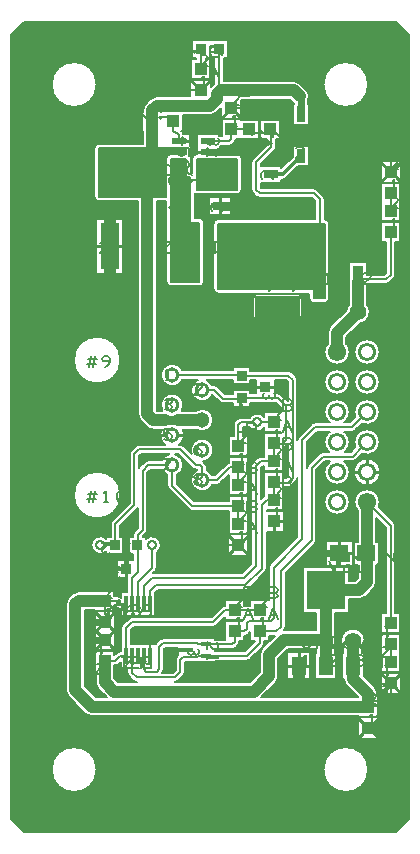
<source format=gbr>
G04 DesignSpark PCB PRO Gerber Version 10.0 Build 5299*
G04 #@! TF.Part,Single*
G04 #@! TF.FileFunction,Copper,L1,Top*
G04 #@! TF.FilePolarity,Positive*
%FSLAX35Y35*%
%MOIN*%
G04 #@! TA.AperFunction,SMDPad,CuDef*
%ADD132R,0.01181X0.05512*%
%ADD142R,0.03543X0.01575*%
%ADD81R,0.03150X0.04528*%
%ADD138R,0.03465X0.11063*%
%ADD85R,0.03937X0.04291*%
%ADD139R,0.04724X0.06299*%
%ADD79R,0.05500X0.06000*%
%ADD135R,0.06299X0.15748*%
%ADD137R,0.08858X0.18898*%
%ADD140R,0.12992X0.12992*%
%ADD89R,0.03346X0.03346*%
%ADD90R,0.03740X0.03740*%
G04 #@! TD.AperFunction*
%ADD28C,0.00500*%
%ADD10C,0.00787*%
%ADD11C,0.01000*%
%ADD128C,0.01181*%
%ADD127C,0.01575*%
%ADD75C,0.02362*%
%ADD129C,0.02953*%
%ADD131C,0.03150*%
G04 #@! TA.AperFunction,ViaPad*
%ADD12C,0.03543X0.01969*%
G04 #@! TD.AperFunction*
%ADD13C,0.03937*%
G04 #@! TA.AperFunction,ComponentPad*
%ADD133C,0.05130X0.02992*%
G04 #@! TA.AperFunction,ViaPad*
%ADD130C,0.05600X0.03200*%
G04 #@! TA.AperFunction,ComponentPad*
%ADD18C,0.06102X0.04094*%
G04 #@! TA.AperFunction,SMDPad,CuDef*
%ADD134R,0.04921X0.02362*%
%ADD136R,0.04528X0.03150*%
%ADD82R,0.04291X0.03937*%
%ADD141R,0.06000X0.05500*%
G04 #@! TD.AperFunction*
X0Y0D02*
D02*
D10*
X6974Y268984D02*
Y7394D01*
X11331Y3037D01*
X135126D01*
X139482Y7394D01*
Y268984D01*
X135126Y273341D01*
X11331D01*
X6974Y268984D01*
X20472Y24016D02*
G75*
G02*
X35433I7480J0D01*
G01*
G75*
G02*
X20472I-7480J0D01*
G01*
Y252362D02*
G75*
G02*
X35433I7480J0D01*
G01*
G75*
G02*
X20472I-7480J0D01*
G01*
X135039Y76118D02*
X136614D01*
Y69465D01*
X130315D01*
Y76118D01*
X131890D01*
Y104663D01*
X128740Y107812D01*
Y99994D01*
X129547D01*
Y92132D01*
X128740D01*
Y86614D01*
G75*
G02*
X127815Y84384I-3150J0D01*
G01*
X125087Y81656D01*
G75*
G02*
X122857Y80731I-2230J2224D01*
G01*
X119504D01*
Y76205D01*
X114977D01*
Y63016D01*
X115370D01*
Y54354D01*
X108283D01*
Y63016D01*
X108678D01*
Y64173D01*
X99336D01*
X96063Y60900D01*
Y55118D01*
G75*
G02*
X95138Y52888I-3150J0D01*
G01*
X90281Y48031D01*
X122711D01*
X118658Y52084D01*
G75*
G02*
X117733Y54314I2224J2230D01*
G01*
Y54354D01*
X117339D01*
Y63016D01*
X117717D01*
Y64494D01*
G75*
G02*
X116885Y66929I3150J2435D01*
G01*
G75*
G02*
X124847I3981J0D01*
G01*
G75*
G02*
X124016Y64494I-3981J0D01*
G01*
Y63016D01*
X124425D01*
Y55226D01*
X128209Y51443D01*
G75*
G02*
X129134Y49213I-2224J-2230D01*
G01*
Y44860D01*
G75*
G02*
Y44839I-3172J-11D01*
G01*
G75*
G02*
Y44817I-3180J-11D01*
G01*
Y41512D01*
X122835D01*
Y41732D01*
X33858D01*
G75*
G02*
X31628Y42657I0J3150D01*
G01*
X26122Y48164D01*
G75*
G02*
X25197Y50394I2224J2230D01*
G01*
Y79134D01*
G75*
G02*
X26122Y81364I3150J0D01*
G01*
X27254Y82496D01*
G75*
G02*
X29484Y83421I2230J-2224D01*
G01*
X35039D01*
Y83598D01*
X41339D01*
Y81890D01*
X42124D01*
G75*
G02*
X43239Y81428I2J-1575D01*
G01*
X43504Y81164D01*
Y83071D01*
X45669D01*
Y87795D01*
G75*
G02*
X45672Y87878I1575J-4D01*
G01*
X42209D01*
Y94012D01*
X47638D01*
Y95965D01*
X46161D01*
Y101673D01*
X47638D01*
Y102362D01*
G75*
G02*
X48099Y103476I1575J0D01*
G01*
X49213Y104589D01*
Y111163D01*
G75*
G02*
X49145Y111091I-1177J1044D01*
G01*
X43307Y105253D01*
Y101673D01*
X44390D01*
Y95965D01*
X38681D01*
Y96710D01*
G75*
G02*
X33661Y98819I-2067J2109D01*
G01*
G75*
G02*
X38681Y100928I2953J0D01*
G01*
Y101673D01*
X40157D01*
Y105906D01*
G75*
G02*
X40619Y107019I1575J0D01*
G01*
X46457Y112857D01*
Y129134D01*
G75*
G02*
X46918Y130247I1575J0D01*
G01*
X48493Y131822D01*
G75*
G02*
X49609Y132283I1114J-1113D01*
G01*
X58339D01*
G75*
G02*
X57130Y137362I2291J3228D01*
G01*
X54331D01*
G75*
G02*
X51828Y138600I0J3150D01*
G01*
X50138Y140290D01*
G75*
G02*
X49213Y142520I2224J2230D01*
G01*
Y213385D01*
X36220D01*
G75*
G02*
X34645Y214961I0J1575D01*
G01*
Y231102D01*
G75*
G02*
X36220Y232678I1575J0D01*
G01*
X50831D01*
Y237008D01*
X50654D01*
Y243307D01*
X50831D01*
Y243740D01*
G75*
G02*
Y243743I1211J2D01*
G01*
G75*
G02*
Y243744I1410J1D01*
G01*
G75*
G02*
X51753Y245971I3150J0D01*
G01*
X53285Y247503D01*
G75*
G02*
X55516Y248425I2227J-2227D01*
G01*
X66717D01*
Y253976D01*
X73441D01*
Y251517D01*
X74544Y252621D01*
G75*
G02*
X74606Y252681I2219J-2230D01*
G01*
Y261122D01*
X71850D01*
Y260764D01*
X73228D01*
Y254110D01*
X66929D01*
Y260764D01*
X68701D01*
Y261122D01*
X67224D01*
Y267224D01*
X79232D01*
Y261122D01*
X77756D01*
Y253543D01*
X101181D01*
G75*
G02*
X103411Y252618I0J-3150D01*
G01*
X105377Y250652D01*
G75*
G02*
X105906Y246900I-2227J-2227D01*
G01*
Y245768D01*
X106299D01*
Y238878D01*
X100787D01*
Y245768D01*
X101181D01*
Y245967D01*
G75*
G02*
X100922Y246198I1968J2459D01*
G01*
X99876Y247244D01*
X83677D01*
Y240906D01*
X76953D01*
Y244546D01*
X75456Y243048D01*
G75*
G02*
X73224Y242126I-2227J2227D01*
G01*
X64307D01*
Y237008D01*
X63644D01*
X63909Y236743D01*
G75*
G02*
X64320Y236024I-1113J-1114D01*
G01*
X66437D01*
Y232246D01*
G75*
G02*
X66930Y231102I-1083J-1144D01*
G01*
Y229134D01*
G75*
G02*
X66719Y228346I-1575J0D01*
G01*
G75*
G02*
X66929Y227559I-1364J-787D01*
G01*
Y223178D01*
G75*
G02*
X67323Y223017I-394J-1525D01*
G01*
Y227559D01*
G75*
G02*
X68783Y229130I1575J0D01*
G01*
Y232496D01*
X68996D01*
Y236024D01*
X76280D01*
Y235039D01*
X77165D01*
Y240772D01*
X83465D01*
Y240551D01*
X89591D01*
Y234252D01*
X83465D01*
Y234118D01*
X81884D01*
G75*
G02*
X81426Y233136I-1569J134D01*
G01*
X80644Y232354D01*
G75*
G02*
X79528Y231890I-1116J1111D01*
G01*
X76492D01*
Y229134D01*
X82283D01*
G75*
G02*
X83858Y227559I0J-1575D01*
G01*
Y217323D01*
G75*
G02*
X82283Y215748I-1575J0D01*
G01*
X68898D01*
G75*
G02*
X68110Y215959I0J1575D01*
G01*
Y207874D01*
X69685D01*
G75*
G02*
X71260Y206299I0J-1575D01*
G01*
Y186614D01*
G75*
G02*
X69685Y185039I-1575J0D01*
G01*
X60236D01*
G75*
G02*
X58661Y186614I0J1575D01*
G01*
Y213385D01*
X55512D01*
Y143824D01*
X55675Y143661D01*
X57373D01*
G75*
G02*
X56884Y145512I3257J1850D01*
G01*
G75*
G02*
X64376I3746J0D01*
G01*
G75*
G02*
X63887Y143661I-3746J0D01*
G01*
X68602D01*
G75*
G02*
X74376Y140512I2028J-3150D01*
G01*
G75*
G02*
X68602Y137362I-3746J0D01*
G01*
X64130D01*
G75*
G02*
X62921Y132283I-3500J-1850D01*
G01*
X63383D01*
G75*
G02*
X64499Y131822I2J-1575D01*
G01*
X67121Y129201D01*
G75*
G02*
X66884Y130512I3509J1311D01*
G01*
G75*
G02*
X74376I3746J0D01*
G01*
G75*
G02*
X70881Y126774I-3746J0D01*
G01*
G75*
G02*
X70959Y126702I-1037J-1188D01*
G01*
X71741Y125919D01*
G75*
G02*
X72205Y124803I-1111J-1116D01*
G01*
Y123911D01*
G75*
G02*
X74029Y122087I-1575J-3399D01*
G01*
X74938D01*
X78769Y125917D01*
G75*
G02*
X79528Y126337I1113J-1113D01*
G01*
Y128173D01*
X85827D01*
Y115528D01*
X79528D01*
Y122222D01*
X76704Y119398D01*
G75*
G02*
X75588Y118937I-1114J1113D01*
G01*
X74029D01*
G75*
G02*
X66884Y120512I-3399J1575D01*
G01*
G75*
G02*
X69055Y123911I3746J0D01*
G01*
Y124016D01*
X68506D01*
G75*
G02*
X67391Y124477I-2J1575D01*
G01*
X62733Y129134D01*
X61586D01*
G75*
G02*
X62205Y122113I-956J-3622D01*
G01*
Y119156D01*
X67975Y113386D01*
X79528D01*
Y115181D01*
X85827D01*
Y102535D01*
X79528D01*
Y110236D01*
X67325D01*
G75*
G02*
X66209Y110698I-2J1575D01*
G01*
X59517Y117391D01*
G75*
G02*
X59055Y118504I1113J1114D01*
G01*
Y122113D01*
G75*
G02*
X57231Y123937I1575J3399D01*
G01*
X53330D01*
X52362Y122970D01*
Y103937D01*
G75*
G02*
X51901Y102824I-1575J0D01*
G01*
X50787Y101710D01*
Y101673D01*
X51870D01*
Y100928D01*
G75*
G02*
X56890Y98819I2067J-2109D01*
G01*
G75*
G02*
X55512Y96321I-2953J0D01*
G01*
Y91339D01*
G75*
G02*
X55050Y90225I-1575J0D01*
G01*
X54196Y89370D01*
X83993D01*
X87008Y92385D01*
Y125197D01*
G75*
G02*
X87469Y126310I1575J0D01*
G01*
X89001Y127842D01*
G75*
G02*
X90117Y128303I1114J-1113D01*
G01*
X91339D01*
Y136047D01*
X96850D01*
Y136394D01*
X91339D01*
Y137949D01*
G75*
G02*
X86479Y138146I-2362J1772D01*
G01*
X84252D01*
Y135173D01*
X85827D01*
Y128520D01*
X79528D01*
Y135173D01*
X81102D01*
Y138976D01*
G75*
G02*
X81564Y140090I1575J0D01*
G01*
X82308Y140834D01*
G75*
G02*
X83424Y141295I1114J-1113D01*
G01*
X86479D01*
G75*
G02*
X91339Y141492I2498J-1575D01*
G01*
Y143047D01*
X96850D01*
Y144623D01*
X95214Y146260D01*
X86713D01*
Y144980D01*
X81004D01*
Y146063D01*
X77561D01*
G75*
G02*
X76446Y146524I-2J1575D01*
G01*
X74033Y148937D01*
X74029D01*
G75*
G02*
X66884Y150512I-3399J1575D01*
G01*
G75*
G02*
X69113Y153937I3746J0D01*
G01*
X64029D01*
G75*
G02*
X56884Y155512I-3399J1575D01*
G01*
G75*
G02*
X64029Y157087I3746J0D01*
G01*
X81004D01*
Y158169D01*
X86713D01*
Y156890D01*
X99407D01*
G75*
G02*
X100523Y156428I2J-1575D01*
G01*
X101901Y155050D01*
G75*
G02*
X102362Y153937I-1113J-1114D01*
G01*
Y133858D01*
G75*
G02*
X102824Y134972I1575J0D01*
G01*
X107154Y139302D01*
G75*
G02*
X108270Y139764I1114J-1113D01*
G01*
X113105D01*
G75*
G02*
X111358Y143189I2486J3426D01*
G01*
G75*
G02*
X119823I4232J0D01*
G01*
G75*
G02*
X118076Y139764I-4232J0D01*
G01*
X119938D01*
X121699Y141525D01*
G75*
G02*
X121358Y143189I3891J1664D01*
G01*
G75*
G02*
X129823I4232J0D01*
G01*
G75*
G02*
X123926Y139298I-4232J0D01*
G01*
X121704Y137076D01*
G75*
G02*
X120588Y136614I-1114J1113D01*
G01*
X118076D01*
G75*
G02*
X118280Y129921I-2486J-3425D01*
G01*
X120096D01*
X121699Y131525D01*
G75*
G02*
X121358Y133189I3891J1664D01*
G01*
G75*
G02*
X129823I4232J0D01*
G01*
G75*
G02*
X123926Y129298I-4232J0D01*
G01*
X121861Y127233D01*
G75*
G02*
X120746Y126772I-1114J1113D01*
G01*
X117844D01*
G75*
G02*
X119823Y123189I-2253J-3583D01*
G01*
G75*
G02*
X111358I-4232J0D01*
G01*
G75*
G02*
X113337Y126772I4232J0D01*
G01*
X111676D01*
X108661Y123757D01*
Y100394D01*
G75*
G02*
X108200Y99280I-1575J0D01*
G01*
X98425Y89505D01*
Y71654D01*
G75*
G02*
X97964Y70540I-1575J0D01*
G01*
X97893Y70469D01*
G75*
G02*
X98031Y70472I141J-3148D01*
G01*
X108678D01*
Y76205D01*
X104150D01*
Y91559D01*
X119504D01*
Y87030D01*
X121552D01*
X122441Y87919D01*
Y92132D01*
X121185D01*
Y99994D01*
X122441D01*
Y110362D01*
G75*
G02*
X121358Y113189I3150J2827D01*
G01*
G75*
G02*
X129823I4232J0D01*
G01*
G75*
G02*
X129482Y111525I-4232J0D01*
G01*
X134578Y106428D01*
G75*
G02*
X135039Y105315I-1113J-1114D01*
G01*
Y76118D01*
X35220Y207693D02*
X44307D01*
Y189157D01*
X35220D01*
Y207693D01*
X111417Y207480D02*
G75*
G02*
X112992Y205906I0J-1575D01*
G01*
Y181102D01*
G75*
G02*
X112618Y180083I-1575J0D01*
G01*
Y179902D01*
X112436D01*
G75*
G02*
X111417Y179528I-1019J1201D01*
G01*
X107874D01*
G75*
G02*
X106855Y179902I0J1575D01*
G01*
X106791D01*
Y179959D01*
G75*
G02*
X106299Y181102I1083J1144D01*
G01*
Y182677D01*
X75984D01*
G75*
G02*
X74409Y184252I0J1575D01*
G01*
Y205906D01*
G75*
G02*
X75984Y207480I1575J0D01*
G01*
X108268D01*
Y213521D01*
X107222Y214567D01*
X89766D01*
G75*
G02*
X88650Y215028I-2J1575D01*
G01*
X87513Y216166D01*
G75*
G02*
X87051Y217280I1113J1114D01*
G01*
Y226421D01*
G75*
G02*
X87513Y227535I1575J0D01*
G01*
X92126Y232148D01*
Y234252D01*
X89937D01*
Y240551D01*
X96591D01*
Y234252D01*
X95276D01*
Y231496D01*
G75*
G02*
X94814Y230383I-1575J0D01*
G01*
X90201Y225769D01*
Y225197D01*
X96949D01*
Y224454D01*
X100787Y228293D01*
Y231988D01*
X106299D01*
Y225098D01*
X102604D01*
X98694Y221189D01*
G75*
G02*
X97441Y220669I-1254J1252D01*
G01*
X96949D01*
Y219685D01*
X90201D01*
Y217932D01*
X90416Y217717D01*
X107872D01*
G75*
G02*
X108987Y217255I2J-1575D01*
G01*
X110956Y215287D01*
G75*
G02*
X111417Y214173I-1113J-1114D01*
G01*
Y207480D01*
X111358Y153189D02*
G75*
G02*
X119823I4232J0D01*
G01*
G75*
G02*
X111358I-4232J0D01*
G01*
X130315Y206520D02*
X136614D01*
Y199866D01*
X135039D01*
Y188976D01*
G75*
G02*
X134578Y187863I-1575J0D01*
G01*
X133003Y186288D01*
G75*
G02*
X131887Y185827I-1114J1113D01*
G01*
X125728D01*
Y178951D01*
G75*
G02*
X123084Y172567I-3150J-2435D01*
G01*
X118740Y168223D01*
Y166016D01*
G75*
G02*
X119823Y163189I-3150J-2827D01*
G01*
G75*
G02*
X111358I-4232J0D01*
G01*
G75*
G02*
X112441Y166016I4233J0D01*
G01*
Y169528D01*
G75*
G02*
X113366Y171757I3150J0D01*
G01*
X118630Y177021D01*
G75*
G02*
X119429Y178951I3950J-505D01*
G01*
Y186614D01*
G75*
G02*
X119665Y187811I3150J0D01*
G01*
Y193327D01*
X125492D01*
Y188976D01*
X131237D01*
X131890Y189629D01*
Y199866D01*
X130315D01*
Y206520D01*
X121358Y153189D02*
G75*
G02*
X129823I4232J0D01*
G01*
G75*
G02*
X121358I-4232J0D01*
G01*
Y163189D02*
G75*
G02*
X129823I4232J0D01*
G01*
G75*
G02*
X121358I-4232J0D01*
G01*
X87589Y182571D02*
X103750D01*
Y173783D01*
X102756D01*
Y169685D01*
X88583D01*
Y173783D01*
X87589D01*
Y182571D01*
X72917Y214780D02*
X80232D01*
Y208843D01*
X72917D01*
Y214780D01*
X79315Y102402D02*
X86039D01*
Y95323D01*
X79315D01*
Y102402D01*
X121146Y123189D02*
G75*
G02*
X130035I4445J0D01*
G01*
G75*
G02*
X121146I-4445J0D01*
G01*
X111358Y113189D02*
G75*
G02*
X119823I4232J0D01*
G01*
G75*
G02*
X111358I-4232J0D01*
G01*
X111972Y100207D02*
X120760D01*
Y91919D01*
X111972D01*
Y100207D01*
X130102Y56339D02*
X136827D01*
Y49260D01*
X130102D01*
Y56339D01*
X130315Y69118D02*
X136614D01*
Y56472D01*
X130315D01*
Y69118D01*
X99016Y63228D02*
X106528D01*
Y54142D01*
X99016D01*
Y63228D01*
X111024Y24016D02*
G75*
G02*
X125984I7480J0D01*
G01*
G75*
G02*
X111024I-7480J0D01*
G01*
X122622Y41378D02*
X129346D01*
Y34299D01*
X122622D01*
Y41378D01*
X27854Y115508D02*
G75*
G02*
X43406I7776J0D01*
G01*
G75*
G02*
X27854I-7776J0D01*
G01*
Y160516D02*
G75*
G02*
X43406I7776J0D01*
G01*
G75*
G02*
X27854I-7776J0D01*
G01*
X111024Y252362D02*
G75*
G02*
X125984I7480J0D01*
G01*
G75*
G02*
X111024I-7480J0D01*
G01*
X130102Y226724D02*
X136827D01*
Y219646D01*
X130102D01*
Y226724D01*
X130315Y219512D02*
X136614D01*
Y206866D01*
X130315D01*
Y219512D01*
X7368Y24016D02*
G36*
X7368Y24016D02*
Y7000D01*
X10937Y3431D01*
X135519D01*
X139089Y7000D01*
Y24016D01*
X125984D01*
G75*
G02*
X111024I-7480J0D01*
G01*
X35433D01*
G75*
G02*
X20472I-7480J0D01*
G01*
X7368D01*
G37*
Y37839D02*
G36*
X7368Y37839D02*
Y24016D01*
X20472D01*
G75*
G02*
X35433I7480J0D01*
G01*
X111024D01*
G75*
G02*
X125984I7480J0D01*
G01*
X139089D01*
Y37839D01*
X129346D01*
Y34299D01*
X122622D01*
Y37839D01*
X7368D01*
G37*
Y52799D02*
G36*
X7368Y52799D02*
Y37839D01*
X122622D01*
Y41378D01*
X129346D01*
Y37839D01*
X139089D01*
Y52799D01*
X136827D01*
Y49260D01*
X130102D01*
Y52799D01*
X126852D01*
X128209Y51443D01*
G75*
G02*
X129134Y49213I-2226J-2230D01*
G01*
Y44860D01*
Y44839D01*
Y44817D01*
Y41512D01*
X122835D01*
Y41732D01*
X33858D01*
G75*
G02*
X31628Y42657I0J3151D01*
G01*
X26122Y48164D01*
G75*
G02*
X25197Y50394I2226J2230D01*
G01*
Y52799D01*
X7368D01*
G37*
X95049D02*
G36*
X95049Y52799D02*
X90281Y48031D01*
X122711D01*
X118658Y52084D01*
G75*
G02*
X118121Y52799I2226J2231D01*
G01*
X95049D01*
G37*
X7368Y62795D02*
G36*
X7368Y62795D02*
Y52799D01*
X25197D01*
Y62795D01*
X7368D01*
G37*
X95138Y52888D02*
G36*
X95138Y52888D02*
X95049Y52799D01*
X118121D01*
G75*
G02*
X117733Y54314I2763J1515D01*
G01*
Y54354D01*
X117339D01*
Y62795D01*
X115370D01*
Y54354D01*
X108283D01*
Y62795D01*
X106528D01*
Y54142D01*
X99016D01*
Y62795D01*
X97958D01*
X96063Y60900D01*
Y55118D01*
G75*
G02*
X95138Y52888I-3151J0D01*
G01*
G37*
X124425Y62795D02*
G36*
X124425Y62795D02*
Y55226D01*
X126852Y52799D01*
X130102D01*
Y56339D01*
X136827D01*
Y52799D01*
X139089D01*
Y62795D01*
X136614D01*
Y56472D01*
X130315D01*
Y62795D01*
X124425D01*
G37*
X7368Y98862D02*
G36*
X7368Y98862D02*
Y62795D01*
X25197D01*
Y79134D01*
G75*
G02*
X26122Y81364I3151J0D01*
G01*
X27254Y82496D01*
G75*
G02*
X29484Y83421I2230J-2226D01*
G01*
X35039D01*
Y83598D01*
X41339D01*
Y81890D01*
X42124D01*
G75*
G02*
X43239Y81428I2J-1576D01*
G01*
X43504Y81164D01*
Y83071D01*
X45669D01*
Y87795D01*
G75*
G02*
X45672Y87878I2174J-21D01*
G01*
X42209D01*
Y94012D01*
X47638D01*
Y95965D01*
X46161D01*
Y98862D01*
X44390D01*
Y95965D01*
X38681D01*
Y96710D01*
G75*
G02*
X33661Y98819I-2067J2108D01*
G01*
Y98819D01*
Y98819D01*
G75*
G02*
X33662Y98862I2945J-6D01*
G01*
X7368D01*
G37*
X55050Y90225D02*
G36*
X55050Y90225D02*
X54196Y89370D01*
X83993D01*
X87008Y92385D01*
Y98862D01*
X86039D01*
Y95323D01*
X79315D01*
Y98862D01*
X56889D01*
G75*
G02*
X56890Y98819I-2944J-48D01*
G01*
Y98819D01*
Y98819D01*
G75*
G02*
X55512Y96321I-2952J0D01*
G01*
Y91339D01*
G75*
G02*
X55050Y90225I-1575J0D01*
G01*
G37*
X97964Y70540D02*
G36*
X97964Y70540D02*
X97893Y70469D01*
G75*
G02*
X98031Y70472I138J-3014D01*
G01*
X108678D01*
Y76205D01*
X104150D01*
Y91559D01*
X119504D01*
Y87030D01*
X121552D01*
X122441Y87919D01*
Y92132D01*
X121185D01*
Y98862D01*
X120760D01*
Y91919D01*
X111972D01*
Y98862D01*
X107782D01*
X98425Y89505D01*
Y71654D01*
G75*
G02*
X97964Y70540I-1575J0D01*
G01*
G37*
X97958Y62795D02*
G36*
X97958Y62795D02*
X99016D01*
Y63228D01*
X106528D01*
Y62795D01*
X108283D01*
Y63016D01*
X108678D01*
Y64173D01*
X99336D01*
X97958Y62795D01*
G37*
X114977Y76205D02*
G36*
X114977Y76205D02*
Y63016D01*
X115370D01*
Y62795D01*
X117339D01*
Y63016D01*
X117717D01*
Y64494D01*
G75*
G02*
X116885Y66929I3152J2436D01*
G01*
G75*
G02*
X124847I3981J0D01*
G01*
G75*
G02*
X124016Y64494I-3984J1D01*
G01*
Y63016D01*
X124425D01*
Y62795D01*
X130315D01*
Y69118D01*
X136614D01*
Y62795D01*
X139089D01*
Y98862D01*
X135039D01*
Y76118D01*
X136614D01*
Y69465D01*
X130315D01*
Y76118D01*
X131890D01*
Y98862D01*
X129547D01*
Y92132D01*
X128740D01*
Y86614D01*
G75*
G02*
X127815Y84384I-3151J0D01*
G01*
X125087Y81656D01*
G75*
G02*
X122857Y80731I-2230J2226D01*
G01*
X119504D01*
Y76205D01*
X114977D01*
G37*
X7368Y113189D02*
G36*
X7368Y113189D02*
Y98862D01*
X33662D01*
G75*
G02*
X38681Y100928I2952J-43D01*
G01*
Y101673D01*
X40157D01*
Y105906D01*
G75*
G02*
X40619Y107019I1575J0D01*
G01*
X46457Y112857D01*
Y113189D01*
X43052D01*
G75*
G02*
X28208I-7422J2319D01*
G01*
X7368D01*
G37*
X43307Y105253D02*
G36*
X43307Y105253D02*
Y101673D01*
X44390D01*
Y98862D01*
X46161D01*
Y101673D01*
X47638D01*
Y102362D01*
G75*
G02*
X48099Y103476I1575J0D01*
G01*
X49213Y104589D01*
Y111163D01*
G75*
G02*
X49145Y111091I-1620J1464D01*
G01*
X43307Y105253D01*
G37*
X50787Y101710D02*
G36*
X50787Y101710D02*
Y101673D01*
X51870D01*
Y100928D01*
G75*
G02*
X56889Y98862I2067J-2108D01*
G01*
X79315D01*
Y102402D01*
X86039D01*
Y98862D01*
X87008D01*
Y113189D01*
X85827D01*
Y102535D01*
X79528D01*
Y110236D01*
X67325D01*
G75*
G02*
X66209Y110698I-2J1576D01*
G01*
X63718Y113189D01*
X52362D01*
Y103937D01*
G75*
G02*
X51901Y102824I-1575J0D01*
G01*
X50787Y101710D01*
G37*
X108200Y99280D02*
G36*
X108200Y99280D02*
X107782Y98862D01*
X111972D01*
Y100207D01*
X120760D01*
Y98862D01*
X121185D01*
Y99994D01*
X122441D01*
Y110362D01*
G75*
G02*
X121358Y113189I3150J2827D01*
G01*
X119823D01*
G75*
G02*
X111358I-4232J0D01*
G01*
X108661D01*
Y100394D01*
G75*
G02*
X108200Y99280I-1575J0D01*
G01*
G37*
X128740Y107812D02*
G36*
X128740Y107812D02*
Y99994D01*
X129547D01*
Y98862D01*
X131890D01*
Y104663D01*
X128740Y107812D01*
G37*
X129823Y113189D02*
G36*
X129823Y113189D02*
G75*
G02*
X129482Y111525I-4239J2D01*
G01*
X134578Y106428D01*
G75*
G02*
X135039Y105315I-1114J-1114D01*
G01*
Y98862D01*
X139089D01*
Y113189D01*
X129823D01*
G37*
X7368Y123189D02*
G36*
X7368Y123189D02*
Y113189D01*
X28208D01*
G75*
G02*
X27854Y115508I7422J2319D01*
G01*
G75*
G02*
X34421Y123189I7776J0D01*
G01*
X7368D01*
G37*
X43406Y115508D02*
G36*
X43406Y115508D02*
G75*
G02*
X43052Y113189I-7776J0D01*
G01*
X46457D01*
Y123189D01*
X36839D01*
G75*
G02*
X43406Y115508I-1209J-7681D01*
G01*
G37*
X52362Y122970D02*
G36*
X52362Y122970D02*
Y113189D01*
X63718D01*
X59517Y117391D01*
G75*
G02*
X59055Y118504I1114J1114D01*
G01*
Y122113D01*
G75*
G02*
X57691Y123189I1574J3398D01*
G01*
X52581D01*
X52362Y122970D01*
G37*
X62205Y122113D02*
G36*
X62205Y122113D02*
Y119156D01*
X67975Y113386D01*
X79528D01*
Y115181D01*
X85827D01*
Y113189D01*
X87008D01*
Y123189D01*
X85827D01*
Y115528D01*
X79528D01*
Y122222D01*
X76704Y119398D01*
G75*
G02*
X75588Y118937I-1114J1115D01*
G01*
X74029D01*
G75*
G02*
X66884Y120512I-3399J1575D01*
G01*
Y120512D01*
G75*
G02*
X68009Y123189I3745J0D01*
G01*
X63569D01*
G75*
G02*
X62205Y122113I-2939J2323D01*
G01*
G37*
X73250Y123189D02*
G36*
X73250Y123189D02*
G75*
G02*
X74029Y122087I-2619J-2677D01*
G01*
X74938D01*
X76041Y123189D01*
X73250D01*
G37*
X108661D02*
G36*
X108661Y123189D02*
Y113189D01*
X111358D01*
G75*
G02*
X119823I4232J0D01*
G01*
X121358D01*
G75*
G02*
X129823I4232J0D01*
G01*
X139089D01*
Y123189D01*
X130035D01*
G75*
G02*
X121146I-4445J0D01*
G01*
X119823D01*
G75*
G02*
X111358I-4232J0D01*
G01*
X108661D01*
G37*
X7368Y153189D02*
G36*
X7368Y153189D02*
Y123189D01*
X34421D01*
G75*
G02*
X36839I1209J-7682D01*
G01*
X46457D01*
Y129134D01*
G75*
G02*
X46918Y130247I1575J0D01*
G01*
X48493Y131822D01*
G75*
G02*
X49609Y132283I1114J-1115D01*
G01*
X58339D01*
G75*
G02*
X56671Y135512I2291J3228D01*
G01*
G75*
G02*
X57130Y137362I3958J0D01*
G01*
X54331D01*
G75*
G02*
X51828Y138600I0J3149D01*
G01*
X50138Y140290D01*
G75*
G02*
X49213Y142520I2226J2230D01*
G01*
Y153189D01*
X38233D01*
G75*
G02*
X33026I-2604J7327D01*
G01*
X7368D01*
G37*
X53330Y123937D02*
G36*
X53330Y123937D02*
X52581Y123189D01*
X57691D01*
G75*
G02*
X57231Y123937I2938J2322D01*
G01*
X53330D01*
G37*
X55512Y153189D02*
G36*
X55512Y153189D02*
Y143824D01*
X55675Y143661D01*
X57373D01*
G75*
G02*
X56884Y145512I3259J1851D01*
G01*
G75*
G02*
X64376I3746J0D01*
G01*
G75*
G02*
X63887Y143661I-3748J0D01*
G01*
X68602D01*
G75*
G02*
X74376Y140512I2028J-3150D01*
G01*
G75*
G02*
X68602Y137362I-3746J0D01*
G01*
X64130D01*
G75*
G02*
X64589Y135512I-3499J-1850D01*
G01*
G75*
G02*
X62921Y132283I-3958J0D01*
G01*
X63383D01*
G75*
G02*
X64499Y131822I2J-1576D01*
G01*
X67121Y129201D01*
G75*
G02*
X66884Y130512I3515J1312D01*
G01*
G75*
G02*
X74376I3746J0D01*
G01*
G75*
G02*
X70881Y126774I-3746J0D01*
G01*
G75*
G02*
X70959Y126702I-943J-1087D01*
G01*
X71741Y125919D01*
G75*
G02*
X72205Y124804I-1110J-1116D01*
G01*
Y124803D01*
Y123911D01*
G75*
G02*
X73250Y123189I-1574J-3398D01*
G01*
X76041D01*
X78769Y125917D01*
G75*
G02*
X79528Y126337I1114J-1113D01*
G01*
Y128173D01*
X85827D01*
Y123189D01*
X87008D01*
Y125197D01*
G75*
G02*
X87469Y126310I1575J0D01*
G01*
X89001Y127842D01*
G75*
G02*
X90117Y128303I1114J-1115D01*
G01*
X91339D01*
Y136047D01*
X96850D01*
Y136394D01*
X91339D01*
Y137949D01*
G75*
G02*
X86479Y138146I-2362J1771D01*
G01*
X84252D01*
Y135173D01*
X85827D01*
Y128520D01*
X79528D01*
Y135173D01*
X81102D01*
Y138976D01*
G75*
G02*
X81564Y140090I1575J0D01*
G01*
X82308Y140834D01*
G75*
G02*
X83424Y141295I1114J-1115D01*
G01*
X86479D01*
G75*
G02*
X91339Y141492I2498J-1574D01*
G01*
Y143047D01*
X96850D01*
Y144623D01*
X95214Y146260D01*
X86713D01*
Y144980D01*
X81004D01*
Y146063D01*
X77561D01*
G75*
G02*
X76446Y146524I-2J1576D01*
G01*
X74033Y148937D01*
X74029D01*
G75*
G02*
X66884Y150512I-3399J1575D01*
G01*
G75*
G02*
X68009Y153189I3746J0D01*
G01*
X63569D01*
G75*
G02*
X57691I-2939J2323D01*
G01*
X55512D01*
G37*
X62733Y129134D02*
G36*
X62733Y129134D02*
X61586D01*
G75*
G02*
X64376Y125512I-956J-3622D01*
G01*
G75*
G02*
X63569Y123189I-3746J0D01*
G01*
X68009D01*
G75*
G02*
X69055Y123911I2620J-2677D01*
G01*
Y124016D01*
X68506D01*
G75*
G02*
X67391Y124477I-2J1576D01*
G01*
X62733Y129134D01*
G37*
X102362Y153189D02*
G36*
X102362Y153189D02*
Y133858D01*
G75*
G02*
X102824Y134972I1575J0D01*
G01*
X107154Y139302D01*
G75*
G02*
X108270Y139764I1114J-1115D01*
G01*
X113105D01*
G75*
G02*
X111358Y143189I2485J3425D01*
G01*
G75*
G02*
X119823I4232J0D01*
G01*
G75*
G02*
X118076Y139764I-4232J0D01*
G01*
X119938D01*
X121699Y141525D01*
G75*
G02*
X121358Y143189I3898J1666D01*
G01*
G75*
G02*
X129823I4232J0D01*
G01*
G75*
G02*
X123926Y139298I-4232J0D01*
G01*
X121704Y137076D01*
G75*
G02*
X120588Y136614I-1114J1115D01*
G01*
X118076D01*
G75*
G02*
X119823Y133189I-2486J-3425D01*
G01*
G75*
G02*
X118280Y129921I-4232J0D01*
G01*
X120096D01*
X121699Y131525D01*
G75*
G02*
X121358Y133189I3898J1666D01*
G01*
G75*
G02*
X129823I4232J0D01*
G01*
G75*
G02*
X123926Y129298I-4232J0D01*
G01*
X121861Y127233D01*
G75*
G02*
X120746Y126772I-1114J1115D01*
G01*
X117844D01*
G75*
G02*
X119823Y123189I-2252J-3582D01*
G01*
Y123189D01*
X121146D01*
G75*
G02*
X130035I4445J0D01*
G01*
X139089D01*
Y153189D01*
X129823D01*
G75*
G02*
X121358I-4232J0D01*
G01*
X119823D01*
G75*
G02*
X111358I-4232J0D01*
G01*
X102362D01*
G37*
X108661Y123757D02*
G36*
X108661Y123757D02*
Y123189D01*
X111358D01*
Y123189D01*
G75*
G02*
X113337Y126772I4231J0D01*
G01*
X111676D01*
X108661Y123757D01*
G37*
X7368Y163189D02*
G36*
X7368Y163189D02*
Y153189D01*
X33026D01*
G75*
G02*
X27854Y160516I2604J7327D01*
G01*
G75*
G02*
X28328Y163189I7776J0D01*
G01*
X7368D01*
G37*
X43406Y160516D02*
G36*
X43406Y160516D02*
G75*
G02*
X38233Y153189I-7776J0D01*
G01*
X49213D01*
Y163189D01*
X42931D01*
G75*
G02*
X43406Y160516I-7302J-2673D01*
G01*
G37*
X55512Y163189D02*
G36*
X55512Y163189D02*
Y153189D01*
X57691D01*
G75*
G02*
X56884Y155512I2939J2323D01*
G01*
G75*
G02*
X64029Y157087I3746J0D01*
G01*
X81004D01*
Y158169D01*
X86713D01*
Y156890D01*
X99407D01*
G75*
G02*
X100523Y156428I2J-1576D01*
G01*
X101901Y155050D01*
G75*
G02*
X102362Y153937I-1114J-1114D01*
G01*
Y153189D01*
X111358D01*
G75*
G02*
X119823I4232J0D01*
G01*
X121358D01*
G75*
G02*
X129823I4232J0D01*
G01*
X139089D01*
Y163189D01*
X129823D01*
G75*
G02*
X121358I-4232J0D01*
G01*
X119823D01*
G75*
G02*
X111358I-4232J0D01*
G01*
X55512D01*
G37*
X64029Y153937D02*
G36*
X64029Y153937D02*
G75*
G02*
X63569Y153189I-3399J1574D01*
G01*
X68009D01*
G75*
G02*
X69113Y153937I2620J-2678D01*
G01*
X64029D01*
G37*
X7368Y176128D02*
G36*
X7368Y176128D02*
Y163189D01*
X28328D01*
G75*
G02*
X42931I7302J-2673D01*
G01*
X49213D01*
Y176128D01*
X7368D01*
G37*
X55512D02*
G36*
X55512Y176128D02*
Y163189D01*
X111358D01*
G75*
G02*
X112441Y166016I4232J0D01*
G01*
Y169528D01*
G75*
G02*
X113366Y171757I3151J0D01*
G01*
X117737Y176128D01*
X103750D01*
Y173783D01*
X102756D01*
Y169685D01*
X88583D01*
Y173783D01*
X87589D01*
Y176128D01*
X55512D01*
G37*
X118740Y168223D02*
G36*
X118740Y168223D02*
Y166016D01*
G75*
G02*
X119823Y163189I-3150J-2827D01*
G01*
X121358D01*
G75*
G02*
X129823I4232J0D01*
G01*
X139089D01*
Y176128D01*
X126541D01*
G75*
G02*
X123084Y172567I-3962J388D01*
G01*
X118740Y168223D01*
G37*
X7368Y198425D02*
G36*
X7368Y198425D02*
Y176128D01*
X49213D01*
Y198425D01*
X44307D01*
Y189157D01*
X35220D01*
Y198425D01*
X7368D01*
G37*
X55512D02*
G36*
X55512Y198425D02*
Y176128D01*
X87589D01*
Y182571D01*
X103750D01*
Y176128D01*
X117737D01*
X118630Y177021D01*
G75*
G02*
X119429Y178951I3953J-507D01*
G01*
Y186614D01*
G75*
G02*
Y186616I3470J1D01*
G01*
G75*
G02*
X119665Y187811I3143J0D01*
G01*
Y193327D01*
X125492D01*
Y188976D01*
X131237D01*
X131890Y189629D01*
Y198425D01*
X112992D01*
Y181102D01*
G75*
G02*
X112618Y180083I-1576J0D01*
G01*
Y179902D01*
X112436D01*
G75*
G02*
X111417Y179528I-1019J1202D01*
G01*
X107874D01*
G75*
G02*
X106855Y179902I0J1576D01*
G01*
X106791D01*
Y179959D01*
G75*
G02*
X106299Y181102I1084J1144D01*
G01*
Y182677D01*
X75984D01*
G75*
G02*
X74409Y184252I0J1575D01*
G01*
Y198425D01*
X71260D01*
Y186614D01*
G75*
G02*
X69685Y185039I-1575J0D01*
G01*
X60236D01*
G75*
G02*
X58661Y186614I0J1575D01*
G01*
Y198425D01*
X55512D01*
G37*
X125728Y185827D02*
G36*
X125728Y185827D02*
Y178951D01*
G75*
G02*
X126560Y176516I-3150J-2435D01*
G01*
G75*
G02*
X126541Y176128I-3980J0D01*
G01*
X139089D01*
Y198425D01*
X135039D01*
Y188976D01*
G75*
G02*
X134578Y187863I-1575J0D01*
G01*
X133003Y186288D01*
G75*
G02*
X131887Y185827I-1114J1115D01*
G01*
X125728D01*
G37*
X7368Y211811D02*
G36*
X7368Y211811D02*
Y198425D01*
X35220D01*
Y207693D01*
X44307D01*
Y198425D01*
X49213D01*
Y211811D01*
X7368D01*
G37*
X55512D02*
G36*
X55512Y211811D02*
Y198425D01*
X58661D01*
Y211811D01*
X55512D01*
G37*
X68110D02*
G36*
X68110Y211811D02*
Y207874D01*
X69685D01*
G75*
G02*
X71260Y206299I0J-1575D01*
G01*
Y198425D01*
X74409D01*
Y205906D01*
G75*
G02*
X75984Y207480I1575J0D01*
G01*
X108268D01*
Y211811D01*
X80232D01*
Y208843D01*
X72917D01*
Y211811D01*
X68110D01*
G37*
X111417D02*
G36*
X111417Y211811D02*
Y207480D01*
G75*
G02*
X112992Y205906I0J-1575D01*
G01*
Y198425D01*
X131890D01*
Y199866D01*
X130315D01*
Y206520D01*
X136614D01*
Y199866D01*
X135039D01*
Y198425D01*
X139089D01*
Y211811D01*
X136614D01*
Y206866D01*
X130315D01*
Y211811D01*
X111417D01*
G37*
X7368Y223185D02*
G36*
X7368Y223185D02*
Y211811D01*
X49213D01*
Y213385D01*
X36220D01*
G75*
G02*
X34645Y214961I0J1575D01*
G01*
Y223185D01*
X7368D01*
G37*
X55512Y213385D02*
G36*
X55512Y213385D02*
Y211811D01*
X58661D01*
Y213385D01*
X55512D01*
G37*
X66929Y223185D02*
G36*
X66929Y223185D02*
Y223178D01*
G75*
G02*
X67323Y223017I-400J-1538D01*
G01*
Y223185D01*
X66929D01*
G37*
X68110Y215959D02*
G36*
X68110Y215959D02*
Y211811D01*
X72917D01*
Y214780D01*
X80232D01*
Y211811D01*
X108268D01*
Y213521D01*
X107222Y214567D01*
X89766D01*
G75*
G02*
X88650Y215028I-2J1576D01*
G01*
X87513Y216166D01*
G75*
G02*
X87051Y217280I1114J1114D01*
G01*
Y223185D01*
X83858D01*
Y217323D01*
G75*
G02*
X82283Y215748I-1575J0D01*
G01*
X68898D01*
G75*
G02*
X68110Y215959I-1J1572D01*
G01*
G37*
X90201Y219685D02*
G36*
X90201Y219685D02*
Y217932D01*
X90416Y217717D01*
X107872D01*
G75*
G02*
X108987Y217255I2J-1576D01*
G01*
X110956Y215287D01*
G75*
G02*
X111417Y214173I-1114J-1114D01*
G01*
Y211811D01*
X130315D01*
Y219512D01*
X136614D01*
Y211811D01*
X139089D01*
Y223185D01*
X136827D01*
Y219646D01*
X130102D01*
Y223185D01*
X100691D01*
X98694Y221189D01*
G75*
G02*
X97441Y220669I-1254J1252D01*
G01*
X96949D01*
Y219685D01*
X90201D01*
G37*
X7368Y252362D02*
G36*
X7368Y252362D02*
Y223185D01*
X34645D01*
Y231102D01*
G75*
G02*
X36220Y232678I1575J0D01*
G01*
X50831D01*
Y237008D01*
X50654D01*
Y243307D01*
X50831D01*
Y243740D01*
Y243743D01*
Y243744D01*
G75*
G02*
X51753Y245971I3151J0D01*
G01*
X53285Y247503D01*
G75*
G02*
X55516Y248425I2228J-2229D01*
G01*
X66717D01*
Y252362D01*
X35433D01*
G75*
G02*
X20472I-7480J0D01*
G01*
X7368D01*
G37*
X63644Y237008D02*
G36*
X63644Y237008D02*
X63909Y236743D01*
G75*
G02*
X64320Y236024I-1113J-1113D01*
G01*
X66437D01*
Y232246D01*
G75*
G02*
X66930Y231102I-1082J-1144D01*
G01*
Y229134D01*
G75*
G02*
Y229133I-1692J0D01*
G01*
G75*
G02*
X66719Y228346I-1572J0D01*
G01*
G75*
G02*
X66929Y227559I-1363J-787D01*
G01*
Y227559D01*
Y223185D01*
X67323D01*
Y227559D01*
G75*
G02*
X68783Y229130I1574J0D01*
G01*
Y232496D01*
X68996D01*
Y236024D01*
X76280D01*
Y235039D01*
X77165D01*
Y240772D01*
X83465D01*
Y240551D01*
X89591D01*
Y234252D01*
X83465D01*
Y234118D01*
X81884D01*
G75*
G02*
X81426Y233136I-1571J135D01*
G01*
X80644Y232354D01*
G75*
G02*
X79528Y231890I-1116J1110D01*
G01*
X76492D01*
Y229134D01*
X82283D01*
G75*
G02*
X83858Y227559I0J-1575D01*
G01*
Y223185D01*
X87051D01*
Y226421D01*
G75*
G02*
X87513Y227535I1575J0D01*
G01*
X92126Y232148D01*
Y234252D01*
X89937D01*
Y240551D01*
X96591D01*
Y234252D01*
X95276D01*
Y231496D01*
G75*
G02*
X94814Y230383I-1575J0D01*
G01*
X90201Y225769D01*
Y225197D01*
X96949D01*
Y224454D01*
X100787Y228293D01*
Y231988D01*
X106299D01*
Y225098D01*
X102604D01*
X100691Y223185D01*
X130102D01*
Y226724D01*
X136827D01*
Y223185D01*
X139089D01*
Y252362D01*
X125984D01*
G75*
G02*
X111024I-7480J0D01*
G01*
X103667D01*
X105377Y250652D01*
G75*
G02*
X106299Y248425I-2227J-2227D01*
G01*
G75*
G02*
X105906Y246900I-3149J0D01*
G01*
Y245768D01*
X106299D01*
Y238878D01*
X100787D01*
Y245768D01*
X101181D01*
Y245967D01*
G75*
G02*
X100922Y246198I1931J2418D01*
G01*
X99876Y247244D01*
X83677D01*
Y240906D01*
X76953D01*
Y244546D01*
X75456Y243048D01*
G75*
G02*
X73224Y242126I-2228J2229D01*
G01*
X64307D01*
Y237008D01*
X63644D01*
G37*
X73441Y252362D02*
G36*
X73441Y252362D02*
Y251517D01*
X74286Y252362D01*
X73441D01*
G37*
X7368Y269378D02*
G36*
X7368Y269378D02*
Y252362D01*
X20472D01*
G75*
G02*
X35433I7480J0D01*
G01*
X66717D01*
Y253976D01*
X73441D01*
Y252362D01*
X74286D01*
X74544Y252621D01*
G75*
G02*
X74606Y252681I4734J-4828D01*
G01*
Y261122D01*
X71850D01*
Y260764D01*
X73228D01*
Y254110D01*
X66929D01*
Y260764D01*
X68701D01*
Y261122D01*
X67224D01*
Y267224D01*
X79232D01*
Y261122D01*
X77756D01*
Y253543D01*
X101181D01*
G75*
G02*
X103411Y252618I0J-3151D01*
G01*
X103667Y252362D01*
X111024D01*
G75*
G02*
X125984I7480J0D01*
G01*
X139089D01*
Y269378D01*
X135519Y272947D01*
X10937D01*
X7368Y269378D01*
G37*
X36220Y231102D02*
Y214961D01*
X58661D01*
Y227559D01*
G75*
G02*
X59055Y228601I1575J0D01*
G01*
Y228740D01*
X59194D01*
G75*
G02*
X60236Y229134I1042J-1181D01*
G01*
X65354D01*
Y231102D01*
X36220D01*
G36*
X36220Y231102D02*
Y214961D01*
X58661D01*
Y227559D01*
G75*
G02*
X59055Y228601I1575J0D01*
G01*
Y228740D01*
X59194D01*
G75*
G02*
X60236Y229134I1042J-1181D01*
G01*
X65354D01*
Y231102D01*
X36220D01*
G37*
X41339Y58705D02*
Y54454D01*
X42643Y53150D01*
X48817D01*
G75*
G02*
X47706Y53611I3J1574D01*
G01*
X46131Y55186D01*
G75*
G02*
X45669Y56299I1113J1114D01*
G01*
Y57874D01*
X43504D01*
Y59824D01*
X42846Y59166D01*
G75*
G02*
X41730Y58705I-1114J1113D01*
G01*
X41339D01*
G36*
X41339Y58705D02*
Y54454D01*
X42643Y53150D01*
X48817D01*
G75*
G02*
X47706Y53611I3J1574D01*
G01*
X46131Y55186D01*
G75*
G02*
X45669Y56299I1113J1114D01*
G01*
Y57874D01*
X43504D01*
Y59824D01*
X42846Y59166D01*
G75*
G02*
X41730Y58705I-1114J1113D01*
G01*
X41339D01*
G37*
X41535Y98819D02*
X37992D01*
X41535D02*
X41732Y99016D01*
Y105906D01*
X48031Y112205D01*
Y129134D01*
X49606Y130709D01*
X63386D01*
X68504Y125591D01*
X69843D01*
X70630Y124803D01*
Y122402D01*
X45276Y61811D02*
X43264D01*
X41732Y60280D01*
X38189D01*
X45276Y79134D02*
X43307D01*
X42126Y80315D01*
X38232D01*
X38189Y80272D01*
X46850Y70607D02*
Y65748D01*
X51165D01*
Y65961D01*
X55083D01*
G75*
G02*
X55186Y66074I1215J-1002D01*
G01*
X56367Y67255D01*
G75*
G02*
X57483Y67717I1114J-1113D01*
G01*
X68895D01*
G75*
G02*
X69094Y67704I4J-1576D01*
G01*
Y67717D01*
X75000D01*
Y67323D01*
X78346D01*
Y73449D01*
X83983D01*
G75*
G02*
X84185Y73795I1450J-613D01*
G01*
X78346D01*
Y74938D01*
X75523Y72115D01*
G75*
G02*
X74407Y71654I-1114J1113D01*
G01*
X47896D01*
X46850Y70607D01*
G36*
X46850Y70607D02*
Y65748D01*
X51165D01*
Y65961D01*
X55083D01*
G75*
G02*
X55186Y66074I1215J-1002D01*
G01*
X56367Y67255D01*
G75*
G02*
X57483Y67717I1114J-1113D01*
G01*
X68895D01*
G75*
G02*
X69094Y67704I4J-1576D01*
G01*
Y67717D01*
X75000D01*
Y67323D01*
X78346D01*
Y73449D01*
X83983D01*
G75*
G02*
X84185Y73795I1450J-613D01*
G01*
X78346D01*
Y74938D01*
X75523Y72115D01*
G75*
G02*
X74407Y71654I-1114J1113D01*
G01*
X47896D01*
X46850Y70607D01*
G37*
X47244Y61811D02*
Y56299D01*
X48819Y54724D01*
X61417D01*
X63386Y56693D01*
Y60630D01*
X64173Y61417D01*
X68898D01*
X69291Y61811D01*
X72047D01*
X47244Y79134D02*
Y87795D01*
X49213Y89764D01*
Y98622D01*
X49016Y98819D01*
X49606Y128481D02*
Y124664D01*
G75*
G02*
X49674Y124735I1177J-1044D01*
G01*
X51564Y126625D01*
G75*
G02*
X52680Y127087I1114J-1113D01*
G01*
X57231D01*
G75*
G02*
X59674Y129134I3399J-1575D01*
G01*
X50259D01*
X49606Y128481D01*
G36*
X49606Y128481D02*
Y124664D01*
G75*
G02*
X49674Y124735I1177J-1044D01*
G01*
X51564Y126625D01*
G75*
G02*
X52680Y127087I1114J-1113D01*
G01*
X57231D01*
G75*
G02*
X59674Y129134I3399J-1575D01*
G01*
X50259D01*
X49606Y128481D01*
G37*
X51181Y61811D02*
Y57480D01*
X51969Y56693D01*
X55512D01*
X56299Y57480D01*
Y64961D01*
X57480Y66142D01*
X68898D01*
X69291Y65748D01*
X72047D01*
X53150Y61811D02*
Y67913D01*
X53937Y97441D02*
Y91339D01*
X49213Y86614D01*
Y79134D01*
X57410Y56364D02*
X57345Y56299D01*
X60765D01*
X61811Y57345D01*
Y60630D01*
G75*
G02*
X62275Y61746I1575J0D01*
G01*
X62583Y62054D01*
Y64567D01*
X58133D01*
X57874Y64308D01*
Y57480D01*
G75*
G02*
X57410Y56364I-1575J0D01*
G01*
G36*
X57410Y56364D02*
X57345Y56299D01*
X60765D01*
X61811Y57345D01*
Y60630D01*
G75*
G02*
X62275Y61746I1575J0D01*
G01*
X62583Y62054D01*
Y64567D01*
X58133D01*
X57874Y64308D01*
Y57480D01*
G75*
G02*
X57410Y56364I-1575J0D01*
G01*
G37*
X58740Y125512D02*
X52677D01*
X50787Y123622D01*
Y103937D01*
X49213Y102362D01*
Y99016D01*
X49016Y98819D01*
X60630Y123622D02*
Y118504D01*
X67323Y111811D01*
X82327D01*
X82370Y111854D01*
X82677D01*
X62520Y155512D02*
X83661D01*
X83858Y155315D01*
X62531Y53611D02*
G75*
G02*
X61420Y53150I-1114J1113D01*
G01*
X86491D01*
X89764Y56423D01*
Y62205D01*
G75*
G02*
X90689Y64435I3150J0D01*
G01*
X94802Y68547D01*
X92913D01*
Y66795D01*
X91339D01*
Y66142D01*
G75*
G02*
X90877Y65028I-1575J0D01*
G01*
X86546Y60698D01*
G75*
G02*
X85431Y60236I-1114J1113D01*
G01*
X75000D01*
Y59843D01*
X69094D01*
Y59855D01*
G75*
G02*
X68895Y59843I-196J1563D01*
G01*
X64961D01*
Y56693D01*
G75*
G02*
X64499Y55580I-1575J0D01*
G01*
X62531Y53611D01*
G36*
X62531Y53611D02*
G75*
G02*
X61420Y53150I-1114J1113D01*
G01*
X86491D01*
X89764Y56423D01*
Y62205D01*
G75*
G02*
X90689Y64435I3150J0D01*
G01*
X94802Y68547D01*
X92913D01*
Y66795D01*
X91339D01*
Y66142D01*
G75*
G02*
X90877Y65028I-1575J0D01*
G01*
X86546Y60698D01*
G75*
G02*
X85431Y60236I-1114J1113D01*
G01*
X75000D01*
Y59843D01*
X69094D01*
Y59855D01*
G75*
G02*
X68895Y59843I-196J1563D01*
G01*
X64961D01*
Y56693D01*
G75*
G02*
X64499Y55580I-1575J0D01*
G01*
X62531Y53611D01*
G37*
X62795Y233661D02*
Y235630D01*
X62205Y236220D01*
X61811D01*
X61024Y237008D01*
Y240114D01*
X60980Y240157D01*
X68898Y227559D02*
Y217323D01*
X82283D01*
Y227559D01*
X68898D01*
G36*
X68898Y227559D02*
Y217323D01*
X82283D01*
Y227559D01*
X68898D01*
G37*
X69685Y206299D02*
X66535D01*
Y221654D01*
X65354D01*
Y227559D01*
X60236D01*
Y186614D01*
X69685D01*
Y206299D01*
G36*
X69685Y206299D02*
X66535D01*
Y221654D01*
X65354D01*
Y227559D01*
X60236D01*
Y186614D01*
X69685D01*
Y206299D01*
G37*
X70079Y250437D02*
X61613D01*
X70276Y264173D02*
Y257634D01*
X70079Y257437D01*
X72047Y61811D02*
X85433D01*
X89764Y66142D01*
Y70122D01*
X72047Y65748D02*
X80709D01*
X81496Y66535D01*
Y70122D01*
X72520Y120512D02*
X75591D01*
X79882Y124803D01*
X82240D01*
X82283Y124846D01*
X82677D01*
X72520Y150512D02*
X74685D01*
X77559Y147638D01*
X83661D01*
X83858Y147835D01*
X75000Y64173D02*
Y63386D01*
X84781D01*
X88189Y66794D01*
Y66795D01*
X86614D01*
Y69824D01*
G75*
G02*
X86544Y69750I-1181J1043D01*
G01*
X85762Y68968D01*
G75*
G02*
X84646Y68504I-1116J1111D01*
G01*
Y66795D01*
X83071D01*
Y66535D01*
G75*
G02*
X82607Y65419I-1575J0D01*
G01*
X81825Y64637D01*
G75*
G02*
X80709Y64173I-1116J1111D01*
G01*
X75000D01*
G36*
X75000Y64173D02*
Y63386D01*
X84781D01*
X88189Y66794D01*
Y66795D01*
X86614D01*
Y69824D01*
G75*
G02*
X86544Y69750I-1181J1043D01*
G01*
X85762Y68968D01*
G75*
G02*
X84646Y68504I-1116J1111D01*
G01*
Y66795D01*
X83071D01*
Y66535D01*
G75*
G02*
X82607Y65419I-1575J0D01*
G01*
X81825Y64637D01*
G75*
G02*
X80709Y64173I-1116J1111D01*
G01*
X75000D01*
G37*
X76181Y264173D02*
Y249803D01*
X75591Y249213D01*
X80315Y237445D02*
X86220D01*
X86264Y237402D01*
X80315Y237445D02*
Y234252D01*
X79528Y233465D01*
X72835D01*
X72638Y233661D01*
X80315Y244445D02*
X84056D01*
X81004Y153937D02*
X72147D01*
G75*
G02*
X74029Y152087I-1517J-3425D01*
G01*
X74683D01*
G75*
G02*
X75798Y151625I2J-1575D01*
G01*
X78211Y149213D01*
X81004D01*
Y150689D01*
X86713D01*
Y149409D01*
X88665D01*
Y153740D01*
X86713D01*
Y152461D01*
X81004D01*
Y153937D01*
G36*
X81004Y153937D02*
X72147D01*
G75*
G02*
X74029Y152087I-1517J-3425D01*
G01*
X74683D01*
G75*
G02*
X75798Y151625I2J-1575D01*
G01*
X78211Y149213D01*
X81004D01*
Y150689D01*
X86713D01*
Y149409D01*
X88665D01*
Y153740D01*
X86713D01*
Y152461D01*
X81004D01*
Y153937D01*
G37*
X81496Y77122D02*
X78303D01*
X74409Y73228D01*
X47244D01*
X45276Y71260D01*
Y61811D01*
X82677Y98862D02*
X78543D01*
X82677Y111854D02*
Y105862D01*
Y124846D02*
Y118854D01*
X83858Y147835D02*
X95866D01*
X98425Y145276D01*
Y133858D01*
X97244Y132677D01*
X94531D01*
X94488Y132720D01*
X83858Y155315D02*
X99409D01*
X100787Y153937D01*
Y121260D01*
X99213Y119685D01*
X94531D01*
X94488Y119728D01*
X87598Y139720D02*
X83421D01*
X82677Y138976D01*
Y131846D01*
X88583Y181496D02*
Y169685D01*
X102756D01*
Y181496D01*
X88583D01*
G36*
X88583Y181496D02*
Y169685D01*
X102756D01*
Y181496D01*
X88583D01*
G37*
X89764Y70122D02*
X95319D01*
X96850Y71654D01*
Y90157D01*
X107087Y100394D01*
Y124409D01*
X111024Y128346D01*
X120748D01*
X123865Y131463D01*
X89764Y77122D02*
X81496D01*
X90157Y124544D02*
Y114038D01*
X90969Y114850D01*
G75*
G02*
X91339Y115124I1114J-1113D01*
G01*
Y123055D01*
X97638D01*
Y121260D01*
X98560D01*
X99213Y121912D01*
Y132419D01*
X98357Y131564D01*
G75*
G02*
X97638Y131152I-1114J1113D01*
G01*
Y123402D01*
X91339D01*
Y125154D01*
X90767D01*
X90157Y124544D01*
G36*
X90157Y124544D02*
Y114038D01*
X90969Y114850D01*
G75*
G02*
X91339Y115124I1114J-1113D01*
G01*
Y123055D01*
X97638D01*
Y121260D01*
X98560D01*
X99213Y121912D01*
Y132419D01*
X98357Y131564D01*
G75*
G02*
X97638Y131152I-1114J1113D01*
G01*
Y123402D01*
X91339D01*
Y125154D01*
X90767D01*
X90157Y124544D01*
G37*
X92126Y110409D02*
Y110276D01*
X97850D01*
Y103197D01*
X92126D01*
Y90945D01*
G75*
G02*
X91665Y89831I-1575J0D01*
G01*
X86153Y84320D01*
G75*
G02*
X85037Y83858I-1114J1113D01*
G01*
X55770D01*
X54921Y83009D01*
Y75197D01*
X43504D01*
Y77559D01*
X43309D01*
G75*
G02*
X42194Y78020I-2J1575D01*
G01*
X41474Y78740D01*
X41339D01*
Y76945D01*
X35039D01*
Y77122D01*
X31496D01*
Y51698D01*
X35163Y48031D01*
X38853D01*
X35965Y50920D01*
G75*
G02*
X35039Y53150I2224J2230D01*
G01*
Y63606D01*
X41339D01*
Y62113D01*
X42150Y62924D01*
G75*
G02*
X43266Y63386I1114J-1113D01*
G01*
X43504D01*
Y65748D01*
X43701D01*
Y71260D01*
G75*
G02*
X44162Y72373I1575J0D01*
G01*
X46131Y74342D01*
G75*
G02*
X47246Y74803I1114J-1113D01*
G01*
X73757D01*
X77190Y78235D01*
G75*
G02*
X78306Y78697I1114J-1113D01*
G01*
X78346D01*
Y80449D01*
X84646D01*
Y78697D01*
X86614D01*
Y80449D01*
X92913D01*
Y91339D01*
G75*
G02*
X93375Y92452I1575J0D01*
G01*
X102362Y101440D01*
Y121260D01*
G75*
G02*
X101901Y120146I-1575J0D01*
G01*
X100326Y118572D01*
G75*
G02*
X99210Y118110I-1114J1113D01*
G01*
X97638D01*
Y110409D01*
X92126D01*
X34827Y76811D02*
X41551D01*
Y63740D01*
X34827D01*
Y76811D01*
X31890Y70276D02*
G36*
X31890Y70276D02*
Y51305D01*
X34769Y48425D01*
X38459D01*
X35965Y50920D01*
G75*
G02*
X35039Y53150I2226J2230D01*
G01*
Y63606D01*
X41339D01*
Y62113D01*
X42150Y62924D01*
G75*
G02*
X43266Y63386I1114J-1115D01*
G01*
X43504D01*
Y65748D01*
X43701D01*
Y70276D01*
X41551D01*
Y63740D01*
X34827D01*
Y70276D01*
X31890D01*
G37*
Y77122D02*
G36*
X31890Y77122D02*
Y70276D01*
X34827D01*
Y76811D01*
X41551D01*
Y70276D01*
X43701D01*
Y71260D01*
G75*
G02*
X44162Y72373I1575J0D01*
G01*
X46131Y74342D01*
G75*
G02*
X47246Y74803I1114J-1115D01*
G01*
X73757D01*
X77190Y78235D01*
G75*
G02*
X78306Y78697I1114J-1115D01*
G01*
X78346D01*
Y80449D01*
X84646D01*
Y78697D01*
X86614D01*
Y80449D01*
X92913D01*
Y91339D01*
G75*
G02*
X93375Y92452I1575J0D01*
G01*
X101969Y101046D01*
Y120219D01*
G75*
G02*
X101901Y120146I-1181J1042D01*
G01*
X100326Y118572D01*
G75*
G02*
X99210Y118110I-1114J1115D01*
G01*
X97638D01*
Y110409D01*
X92126D01*
Y110276D01*
X97850D01*
Y103197D01*
X92126D01*
Y90945D01*
G75*
G02*
X91665Y89831I-1575J0D01*
G01*
X86153Y84320D01*
G75*
G02*
X85037Y83858I-1114J1115D01*
G01*
X55770D01*
X54921Y83009D01*
Y75197D01*
X43504D01*
Y77559D01*
X43309D01*
G75*
G02*
X42194Y78020I-2J1576D01*
G01*
X41474Y78740D01*
X41339D01*
Y76945D01*
X35039D01*
Y77122D01*
X31890D01*
G37*
X93264Y237402D02*
X93701D01*
Y231496D01*
X88626Y226421D01*
Y217280D01*
X89764Y216142D01*
X107874D01*
X109843Y214173D01*
Y204724D01*
X94488Y106736D02*
Y102953D01*
Y113736D02*
X92083D01*
X90551Y112205D01*
Y90945D01*
X85039Y85433D01*
X55118D01*
X53150Y83465D01*
Y79134D01*
X94488Y119728D02*
Y113736D01*
Y126728D02*
X90114D01*
X88583Y125197D01*
Y91732D01*
X84646Y87795D01*
X53937D01*
X51181Y85039D01*
Y79134D01*
X94488Y132720D02*
Y126728D01*
Y139720D02*
X90354D01*
X94799Y153740D02*
Y149409D01*
X95864D01*
G75*
G02*
X96980Y148948I2J-1575D01*
G01*
X99213Y146715D01*
Y153285D01*
X98757Y153740D01*
X94799D01*
G36*
X94799Y153740D02*
Y149409D01*
X95864D01*
G75*
G02*
X96980Y148948I2J-1575D01*
G01*
X99213Y146715D01*
Y153285D01*
X98757Y153740D01*
X94799D01*
G37*
X95472Y151575D02*
X91732D01*
X105512Y133206D02*
Y124409D01*
G75*
G02*
X105973Y125523I1575J0D01*
G01*
X109910Y129460D01*
G75*
G02*
X111026Y129921I1114J-1113D01*
G01*
X112901D01*
G75*
G02*
X113105Y136614I2690J3268D01*
G01*
X108920D01*
X105512Y133206D01*
G36*
X105512Y133206D02*
Y124409D01*
G75*
G02*
X105973Y125523I1575J0D01*
G01*
X109910Y129460D01*
G75*
G02*
X111026Y129921I1114J-1113D01*
G01*
X112901D01*
G75*
G02*
X113105Y136614I2690J3268D01*
G01*
X108920D01*
X105512Y133206D01*
G37*
X107874Y184252D02*
Y181102D01*
X111417D01*
Y205906D01*
X75984D01*
Y184252D01*
X107874D01*
G36*
X107874Y184252D02*
Y181102D01*
X111417D01*
Y205906D01*
X75984D01*
Y184252D01*
X107874D01*
G37*
X123865Y141463D02*
X120591Y138189D01*
X108268D01*
X103937Y133858D01*
Y100787D01*
X94488Y91339D01*
Y74409D01*
X93701Y73622D01*
X86220D01*
X85433Y72835D01*
Y70866D01*
X84646Y70079D01*
X81539D01*
X81496Y70122D01*
X133465Y52799D02*
Y40157D01*
X132077Y38770D01*
X133465Y65791D02*
Y59799D01*
Y72791D02*
Y105315D01*
X127317Y111463D01*
X133465Y203193D02*
Y188976D01*
X131890Y187402D01*
X123366D01*
X122579Y186614D01*
X133465Y210193D02*
Y216185D01*
Y223185D02*
Y226969D01*
D02*
D11*
X36574Y65665D02*
X34720Y63811D01*
X36574Y68894D02*
X34720Y70748D01*
X36574Y71657D02*
X34720Y69803D01*
X36574Y74887D02*
X34720Y76740D01*
X37114Y198425D02*
X35114D01*
X39764Y191051D02*
Y189051D01*
Y205799D02*
Y207799D01*
X39804Y65665D02*
X41657Y63811D01*
X39804Y68894D02*
X41657Y70748D01*
X39804Y71657D02*
X41657Y69803D01*
X39804Y74887D02*
X41657Y76740D01*
X42413Y198425D02*
X44413D01*
X44102Y90945D02*
X42102D01*
X45276Y89772D02*
Y87772D01*
Y92118D02*
Y94118D01*
X58565Y135512D02*
X56565D01*
X62695D02*
X64695D01*
X68464Y252052D02*
X66610Y253906D01*
X70677Y229921D02*
X68677D01*
X71694Y252052D02*
X73547Y253906D01*
X74598Y229921D02*
X76598D01*
X74811Y211811D02*
X72811D01*
X76575Y210736D02*
Y208736D01*
Y212886D02*
Y214886D01*
X78339Y211811D02*
X80339D01*
X78700Y242830D02*
X76846Y240976D01*
X81062Y97247D02*
X79209Y95394D01*
X81062Y100477D02*
X79209Y102331D01*
X81930Y242830D02*
X83783Y240976D01*
X84292Y97247D02*
X86146Y95394D01*
X84292Y100477D02*
X86146Y102331D01*
X89336Y175781D02*
X87482Y173927D01*
X89336Y180574D02*
X87482Y182427D01*
X90559Y151575D02*
X88559D01*
X92906D02*
X94906D01*
X94488Y105091D02*
Y103091D01*
X95957Y106736D02*
X97957D01*
X100910Y58683D02*
X98909D01*
X102003Y175781D02*
X103856Y173927D01*
X102003Y180574D02*
X103856Y182427D01*
X102772Y56034D02*
Y54035D01*
Y61333D02*
Y63335D01*
X104635Y58683D02*
X106634D01*
X113866Y96063D02*
X111866D01*
X116366Y93813D02*
Y91813D01*
Y98313D02*
Y100313D01*
X118866Y96063D02*
X120866D01*
X123039Y123189D02*
X121039D01*
X124369Y36224D02*
X122516Y34370D01*
X124369Y39454D02*
X122516Y41307D01*
X125591Y120638D02*
Y118638D01*
Y125740D02*
Y127740D01*
X127599Y36224D02*
X129453Y34370D01*
X127599Y39454D02*
X129453Y41307D01*
X128142Y123189D02*
X130142D01*
X131850Y51184D02*
X129996Y49331D01*
X131850Y54414D02*
X129996Y56268D01*
X131850Y221570D02*
X129996Y219717D01*
X131850Y224800D02*
X129996Y226654D01*
X135080Y51184D02*
X136933Y49331D01*
X135080Y54414D02*
X136933Y56268D01*
X135080Y221570D02*
X136933Y219717D01*
X135080Y224800D02*
X136933Y226654D01*
D02*
D12*
X18110Y42913D03*
Y68898D03*
Y94882D03*
Y120866D03*
X21654Y181102D03*
X33071Y67323D03*
Y73228D03*
X33465Y16142D03*
X35827Y176772D03*
X36614Y98819D03*
X39370Y137008D03*
X39764Y188189D03*
Y210630D03*
X45276Y103937D03*
X49213Y135039D03*
X53150Y69291D03*
X53937Y98819D03*
X59449Y16142D03*
X59843Y61811D03*
X60236Y250394D03*
X65354Y175197D03*
X77165Y98819D03*
X81890Y211811D03*
X85433Y16142D03*
Y229921D03*
Y244488D03*
X88976Y139720D03*
X91732Y172047D03*
X94488Y101575D03*
X96063Y164961D03*
X96850Y151575D03*
X99606Y172047D03*
X102756Y52362D03*
X104331Y265354D03*
X110236Y96063D03*
X111417Y16142D03*
X131102Y37795D03*
X133465Y228346D03*
D02*
D13*
X38189Y60280D02*
Y53150D01*
X41339Y50000D01*
X87795D01*
X92913Y55118D01*
Y62205D01*
X98031Y67323D01*
X111828D01*
X38189Y80272D02*
X29484D01*
X28346Y79134D01*
Y50394D01*
X33858Y44882D01*
X125941D01*
X125984Y44839D01*
X39764Y198425D02*
Y188189D01*
Y210630D02*
Y198425D01*
X53980Y240157D02*
Y243744D01*
X55512Y245276D01*
X73228D01*
X75591Y247638D01*
Y249213D01*
X53980Y240157D02*
Y228346D01*
X58268Y140512D02*
X54331D01*
Y140551D01*
X52362Y142520D01*
Y218898D01*
X48031Y223228D01*
X40157D01*
X39764Y222835D01*
X70630Y140512D02*
X62598D01*
X75591Y249213D02*
X76772Y250394D01*
X101181D01*
X103150Y248425D01*
X102772Y58683D02*
Y52379D01*
X102756Y52362D01*
X111828Y58683D02*
Y67323D01*
Y83880D01*
X122857D01*
X125591Y86614D01*
Y113189D01*
X115591Y163189D02*
Y169528D01*
X122579Y176516D01*
X120866Y66929D02*
Y58700D01*
X120883Y58683D01*
X122579Y176516D02*
Y186614D01*
X125984Y37839D02*
X131059D01*
X131102Y37795D01*
X125984Y44839D02*
Y49213D01*
X120883Y54314D01*
Y58683D01*
D02*
D18*
X115591Y113189D03*
Y123189D03*
Y133189D03*
Y143189D03*
Y153189D03*
Y163189D03*
X125591Y113189D03*
Y123189D03*
Y133189D03*
Y143189D03*
Y153189D03*
Y163189D03*
D02*
D28*
X32958Y113148D02*
X33583Y116898D01*
X34833D02*
X34208Y113148D01*
X35145Y114086D02*
X32333D01*
X32645Y115961D02*
X35458D01*
X37958Y113148D02*
X39208D01*
X38583D02*
Y116898D01*
X37958Y116273D01*
X42645Y113461D02*
X43270Y113148D01*
X43895D01*
X44520Y113461D01*
X44833Y114086D01*
Y115961D01*
X44520Y116586D01*
X43895Y116898D01*
X43270D01*
X42645Y116586D01*
X42333Y115961D01*
Y114086D01*
X42645Y113461D01*
X44520Y116586D01*
X32958Y158156D02*
X33583Y161906D01*
X34833D02*
X34208Y158156D01*
X35145Y159094D02*
X32333D01*
X32645Y160969D02*
X35458D01*
X38270Y158156D02*
X38895Y158469D01*
X39520Y159094D01*
X39833Y160031D01*
Y160969D01*
X39520Y161594D01*
X38895Y161906D01*
X38270D01*
X37645Y161594D01*
X37333Y160969D01*
X37645Y160344D01*
X38270Y160031D01*
X38895D01*
X39520Y160344D01*
X39833Y160969D01*
X33002Y54467D02*
X32376Y54780D01*
X32064Y55404D01*
X32376Y56030D01*
X33002Y56342D01*
X35189D01*
Y52592D01*
X33002D01*
X32376Y52904D01*
X32064Y53530D01*
X32376Y54154D01*
X33002Y54467D01*
X35189D01*
Y63342D02*
X33626Y59592D01*
X32064Y63342D01*
X34564Y61780D02*
X32689D01*
X39114Y196213D02*
X36614D01*
X38802Y198401D01*
X39114Y199026D01*
X38802Y199651D01*
X38177Y199963D01*
X37239D01*
X36614Y199651D01*
X37239Y220622D02*
X38489D01*
X37864D02*
Y224372D01*
X37239Y223748D01*
X35689Y59342D02*
X38189D01*
X36002Y57154D01*
X35689Y56530D01*
X36002Y55904D01*
X36626Y55592D01*
X37564D01*
X38189Y55904D01*
X37564Y66342D02*
X36314D01*
X36939D02*
Y62592D01*
X37564Y63217D01*
X38814Y74209D02*
X40064D01*
X39439D02*
Y77959D01*
X38814Y77334D01*
X40689Y81209D02*
X38189D01*
X40376Y83397D01*
X40689Y84022D01*
X40376Y84647D01*
X39752Y84959D01*
X38814D01*
X38189Y84647D01*
X37362Y99555D02*
X39862D01*
X37675Y97367D01*
X37362Y96742D01*
X37675Y96117D01*
X38300Y95805D01*
X39237D01*
X39862Y96117D01*
X41189Y77209D02*
X42752Y80959D01*
X44314Y77209D01*
X41814Y78772D02*
X43689D01*
X43376Y86084D02*
X44002Y85772D01*
X44314Y85147D01*
X44002Y84522D01*
X43376Y84209D01*
X41189D01*
Y87959D01*
X43376D01*
X44002Y87647D01*
X44314Y87022D01*
X44002Y86397D01*
X43376Y86084D01*
X41189D01*
X43290Y91368D02*
X42665Y91681D01*
X42040D01*
X41415Y91368D01*
X41102Y90743D01*
X41415Y90118D01*
X42040Y89806D01*
X42665D01*
X42040D02*
X41415Y89493D01*
X41102Y88868D01*
X41415Y88243D01*
X42040Y87931D01*
X42665D01*
X43290Y88243D01*
X45241Y61464D02*
X43991D01*
X44616D02*
Y57714D01*
X45241Y58339D01*
Y78787D02*
X43991D01*
X44616D02*
Y75037D01*
X45241Y75662D01*
X40554Y78474D02*
X39929Y78787D01*
X39304D01*
X38679Y78474D01*
X38366Y77849D01*
Y75974D01*
X38679Y75349D01*
X39304Y75037D01*
X39929D01*
X40554Y75349D01*
X40866Y75974D01*
Y77849D01*
X40554Y78474D01*
X38679Y75349D01*
X46717Y99555D02*
X45467D01*
X46093D02*
Y95805D01*
X46717Y96430D01*
X45335Y61464D02*
X47835D01*
X45647Y59276D01*
X45335Y58652D01*
X45647Y58026D01*
X46272Y57714D01*
X47209D01*
X47835Y58026D01*
X46897Y78787D02*
X46272Y78474D01*
X45647Y77849D01*
X45335Y76912D01*
Y75974D01*
X45647Y75349D01*
X46272Y75037D01*
X46897D01*
X47522Y75349D01*
X47835Y75974D01*
X47522Y76599D01*
X46897Y76912D01*
X46272D01*
X45647Y76599D01*
X45335Y75974D01*
X49491Y61152D02*
X48866Y61464D01*
X48241D01*
X47616Y61152D01*
X47303Y60526D01*
X47616Y59902D01*
X48241Y59589D01*
X48866D01*
X48241D02*
X47616Y59276D01*
X47303Y58652D01*
X47616Y58026D01*
X48241Y57714D01*
X48866D01*
X49491Y58026D01*
X48866Y76912D02*
X48241D01*
X47616Y76599D01*
X47303Y75974D01*
X47616Y75349D01*
X48241Y75037D01*
X48866D01*
X49491Y75349D01*
X49803Y75974D01*
X49491Y76599D01*
X48866Y76912D01*
X49491Y77224D01*
X49803Y77849D01*
X49491Y78474D01*
X48866Y78787D01*
X48241D01*
X47616Y78474D01*
X47303Y77849D01*
X47616Y77224D01*
X48241Y76912D01*
X48168Y245345D02*
X48480Y245970D01*
X49105Y246283D01*
X49730Y245970D01*
X50043Y245345D01*
Y243157D01*
X46293D01*
Y245345D01*
X46605Y245970D01*
X47230Y246283D01*
X47855Y245970D01*
X48168Y245345D01*
Y243157D01*
X50209Y61464D02*
Y57714D01*
X51772Y60214D01*
X49272D01*
X51772Y78787D02*
X49272Y75037D01*
X51772D01*
X53740Y61152D02*
X53115Y61464D01*
X52178D01*
X51553Y61152D01*
X51240Y60526D01*
Y60214D01*
X51553Y59589D01*
X52178Y59276D01*
X53740D01*
Y57714D01*
X51240D01*
X53740Y77849D02*
X53428Y77224D01*
X52803Y76912D01*
X52178D01*
X51553Y77224D01*
X51240Y77849D01*
X51553Y78474D01*
X52178Y78787D01*
X52803D01*
X53428Y78474D01*
X53740Y77849D01*
Y76912D01*
X53428Y75974D01*
X52803Y75349D01*
X52178Y75037D01*
X53043Y242657D02*
Y240157D01*
X50855Y242345D01*
X50230Y242657D01*
X49605Y242345D01*
X49293Y241720D01*
Y240783D01*
X49605Y240157D01*
X57043Y243157D02*
X53293Y244720D01*
X57043Y246283D01*
X55480Y243783D02*
Y245657D01*
X58065Y123884D02*
X60565Y127634D01*
X58065D01*
Y134197D02*
X58690Y133884D01*
X59628D01*
X60252Y134197D01*
X60565Y134822D01*
Y135134D01*
X60252Y135759D01*
X59628Y136072D01*
X58065D01*
Y137634D01*
X60565D01*
X58378Y144197D02*
X59002Y143884D01*
X59628D01*
X60252Y144197D01*
X60565Y144822D01*
X60252Y145447D01*
X59628Y145759D01*
X59002D01*
X59628D02*
X60252Y146072D01*
X60565Y146697D01*
X60252Y147322D01*
X59628Y147634D01*
X59002D01*
X58378Y147322D01*
X58690Y153884D02*
X59940D01*
X59315D02*
Y157634D01*
X58690Y157009D01*
X58031Y199948D02*
X60531D01*
X58344Y197761D01*
X58031Y197136D01*
X58344Y196511D01*
X58969Y196198D01*
X59906D01*
X60531Y196511D01*
X60043Y240783D02*
Y242033D01*
Y241407D02*
X56293D01*
X56918Y240783D01*
X58404Y224479D02*
X58717Y225104D01*
X59341Y225417D01*
X59967Y225104D01*
X60279Y224479D01*
Y222291D01*
X56529D01*
Y224479D01*
X56841Y225104D01*
X57467Y225417D01*
X58091Y225104D01*
X58404Y224479D01*
Y222291D01*
X63489Y227362D02*
X64114Y227050D01*
X64427Y226425D01*
Y225800D01*
X64114Y225175D01*
X63489Y224862D01*
X62864Y225175D01*
X62552Y225800D01*
Y226425D01*
X62864Y227050D01*
X63489Y227362D01*
X64427D01*
X65364Y227050D01*
X65989Y226425D01*
X66302Y225800D01*
X62864Y231102D02*
X62552Y230477D01*
Y229540D01*
X62864Y228915D01*
X63489Y228602D01*
X63802D01*
X64427Y228915D01*
X64739Y229540D01*
Y231102D01*
X66302D01*
Y228602D01*
X62552Y233280D02*
X66302D01*
X63802Y234843D01*
Y232343D01*
X63279Y221791D02*
Y219291D01*
X61091Y221479D01*
X60467Y221791D01*
X59841Y221479D01*
X59529Y220854D01*
Y219917D01*
X59841Y219291D01*
X63433Y210861D02*
Y212111D01*
Y211486D02*
X59683D01*
X60307Y210861D01*
X66211Y64254D02*
X65898Y63630D01*
Y63004D01*
X66211Y62380D01*
X66836Y62067D01*
X67461Y62380D01*
X67773Y63004D01*
Y63630D01*
Y63004D02*
X68086Y62380D01*
X68711Y62067D01*
X69336Y62380D01*
X69648Y63004D01*
Y63630D01*
X69336Y64254D01*
X69002Y120759D02*
X69628D01*
X70252Y121072D01*
X70565Y121697D01*
X70252Y122322D01*
X69628Y122634D01*
X69002D01*
X68378Y122322D01*
X68065Y121697D01*
X68378Y121072D01*
X69002Y120759D01*
X68378Y120447D01*
X68065Y119822D01*
X68378Y119197D01*
X69002Y118884D01*
X69628D01*
X70252Y119197D01*
X70565Y119822D01*
X70252Y120447D01*
X69628Y120759D01*
X68065Y129822D02*
X68378Y130447D01*
X69002Y130759D01*
X69628D01*
X70252Y130447D01*
X70565Y129822D01*
X70252Y129197D01*
X69628Y128884D01*
X69002D01*
X68378Y129197D01*
X68065Y129822D01*
Y130759D01*
X68378Y131697D01*
X69002Y132322D01*
X69628Y132634D01*
Y138884D02*
Y142634D01*
X68065Y140134D01*
X70565D01*
Y148884D02*
X68065D01*
X70252Y151072D01*
X70565Y151697D01*
X70252Y152322D01*
X69628Y152634D01*
X68690D01*
X68065Y152322D01*
X67279Y222291D02*
X63529Y223854D01*
X67279Y225417D01*
X65717Y222917D02*
Y224791D01*
X70704Y251374D02*
X71954D01*
X71329D02*
Y255124D01*
X70704Y254500D01*
X72579Y258374D02*
X70079D01*
X72266Y260562D01*
X72579Y261187D01*
X72266Y261812D01*
X71641Y262124D01*
X70704D01*
X70079Y261812D01*
X70279Y219917D02*
Y221167D01*
Y220541D02*
X66529D01*
X67154Y219917D01*
X72197Y61973D02*
Y60723D01*
Y61348D02*
X75947D01*
X75322Y61973D01*
X72197Y64035D02*
Y66535D01*
X74385Y64348D01*
X75010Y64035D01*
X75635Y64348D01*
X75947Y64973D01*
Y65910D01*
X75635Y66535D01*
X72394Y226737D02*
Y225487D01*
Y226112D02*
X76144D01*
X75519Y226737D01*
X72394Y228602D02*
Y231102D01*
X74582Y228915D01*
X75207Y228602D01*
X75832Y228915D01*
X76144Y229540D01*
Y230477D01*
X75832Y231102D01*
X72707Y234530D02*
X72394Y233905D01*
Y233280D01*
X72707Y232655D01*
X73332Y232343D01*
X73957Y232655D01*
X74269Y233280D01*
Y233905D01*
Y233280D02*
X74582Y232655D01*
X75207Y232343D01*
X75832Y232655D01*
X76144Y233280D01*
Y233905D01*
X75832Y234530D01*
X71208Y262928D02*
Y264178D01*
Y263553D02*
X67458D01*
X68083Y262928D01*
X73079Y254374D02*
X74641Y258124D01*
X76204Y254374D01*
X73704Y255937D02*
X75579D01*
X75266Y263250D02*
X75891Y262937D01*
X76204Y262312D01*
X75891Y261687D01*
X75266Y261374D01*
X73079D01*
Y265124D01*
X75266D01*
X75891Y264812D01*
X76204Y264187D01*
X75891Y263562D01*
X75266Y263250D01*
X73079D01*
X75654Y199948D02*
X74404D01*
X75030D02*
Y196198D01*
X75654Y196823D01*
X77114Y264803D02*
Y262303D01*
X74926Y264491D01*
X74301Y264803D01*
X73676Y264491D01*
X73364Y263866D01*
Y262928D01*
X73676Y262303D01*
X77212Y212736D02*
Y210236D01*
X75024Y212424D01*
X74400Y212736D01*
X73774Y212424D01*
X73462Y211799D01*
Y210861D01*
X73774Y210236D01*
X80940Y238382D02*
X82190D01*
X81565D02*
Y242132D01*
X80940Y241507D01*
X82815Y245382D02*
X80315D01*
X82502Y247570D01*
X82815Y248195D01*
X82502Y248820D01*
X81878Y249132D01*
X80940D01*
X80315Y248820D01*
X80362Y221491D02*
Y222741D01*
Y222116D02*
X76612D01*
X77237Y221491D01*
X82121Y71059D02*
X83371D01*
X82746D02*
Y74809D01*
X82121Y74185D01*
X83996Y78059D02*
X81496D01*
X83683Y80247D01*
X83996Y80872D01*
X83683Y81497D01*
X83059Y81809D01*
X82121D01*
X81496Y81497D01*
X83122Y143661D02*
Y146161D01*
X85310Y143974D01*
X85935Y143661D01*
X86560Y143974D01*
X86872Y144599D01*
Y145536D01*
X86560Y146161D01*
X83122Y153017D02*
Y151767D01*
Y152392D02*
X86872D01*
X86248Y153017D01*
X83302Y99800D02*
X84552D01*
X83927D02*
Y103550D01*
X83302Y102925D01*
X85177Y106800D02*
X82677D01*
X84865Y108987D01*
X85177Y109612D01*
X84865Y110237D01*
X84240Y110550D01*
X83302D01*
X82677Y110237D01*
X83302Y112792D02*
X84552D01*
X83927D02*
Y116542D01*
X83302Y115917D01*
X85177Y119792D02*
X82677D01*
X84865Y121980D01*
X85177Y122604D01*
X84865Y123230D01*
X84240Y123542D01*
X83302D01*
X82677Y123230D01*
X83302Y125784D02*
X84552D01*
X83927D02*
Y129534D01*
X83302Y128909D01*
X85177Y132784D02*
X82677D01*
X84865Y134972D01*
X85177Y135596D01*
X84865Y136222D01*
X84240Y136534D01*
X83302D01*
X82677Y136222D01*
X83315Y241382D02*
X84878Y245132D01*
X86440Y241382D01*
X83940Y242945D02*
X85815D01*
X85502Y250257D02*
X86128Y249945D01*
X86440Y249320D01*
X86128Y248695D01*
X85502Y248382D01*
X83315D01*
Y252132D01*
X85502D01*
X86128Y251820D01*
X86440Y251195D01*
X86128Y250570D01*
X85502Y250257D01*
X83315D01*
X84496Y74059D02*
X86059Y77809D01*
X87621Y74059D01*
X85121Y75622D02*
X86996D01*
X86683Y82935D02*
X87309Y82622D01*
X87621Y81997D01*
X87309Y81372D01*
X86683Y81059D01*
X84496D01*
Y84809D01*
X86683D01*
X87309Y84497D01*
X87621Y83872D01*
X87309Y83247D01*
X86683Y82935D01*
X84496D01*
X85677Y102800D02*
X87240Y106550D01*
X88802Y102800D01*
X86302Y104362D02*
X88177D01*
X87865Y111675D02*
X88490Y111362D01*
X88802Y110737D01*
X88490Y110112D01*
X87865Y109800D01*
X85677D01*
Y113550D01*
X87865D01*
X88490Y113237D01*
X88802Y112612D01*
X88490Y111987D01*
X87865Y111675D01*
X85677D01*
Y115792D02*
X87240Y119542D01*
X88802Y115792D01*
X86302Y117354D02*
X88177D01*
X87865Y124667D02*
X88490Y124354D01*
X88802Y123730D01*
X88490Y123104D01*
X87865Y122792D01*
X85677D01*
Y126542D01*
X87865D01*
X88490Y126230D01*
X88802Y125604D01*
X88490Y124980D01*
X87865Y124667D01*
X85677D01*
Y128784D02*
X87240Y132534D01*
X88802Y128784D01*
X86302Y130346D02*
X88177D01*
X87865Y137659D02*
X88490Y137346D01*
X88802Y136722D01*
X88490Y136096D01*
X87865Y135784D01*
X85677D01*
Y139534D01*
X87865D01*
X88490Y139222D01*
X88802Y138596D01*
X88490Y137972D01*
X87865Y137659D01*
X85677D01*
X87201Y236776D02*
Y235526D01*
Y236152D02*
X90951D01*
X90326Y236776D01*
X90201Y234402D02*
X93951Y232839D01*
X90201Y231276D01*
X91764Y233776D02*
Y231902D01*
X90389Y71059D02*
X91639D01*
X91014D02*
Y74809D01*
X90389Y74185D01*
X92264Y78059D02*
X89764D01*
X91951Y80247D01*
X92264Y80872D01*
X91951Y81497D01*
X91326Y81809D01*
X90389D01*
X89764Y81497D01*
X91309Y149589D02*
X90996Y148964D01*
Y148339D01*
X91309Y147714D01*
X91934Y147402D01*
X92559Y147714D01*
X92872Y148339D01*
Y148964D01*
Y148339D02*
X93184Y147714D01*
X93809Y147402D01*
X94434Y147714D01*
X94746Y148339D01*
Y148964D01*
X94434Y149589D01*
X92764Y74059D02*
X94326Y77809D01*
X95889Y74059D01*
X93389Y75622D02*
X95264D01*
X94951Y82935D02*
X95576Y82622D01*
X95889Y81997D01*
X95576Y81372D01*
X94951Y81059D01*
X92764D01*
Y84809D01*
X94951D01*
X95576Y84497D01*
X95889Y83872D01*
X95576Y83247D01*
X94951Y82935D01*
X92764D01*
X94201Y234902D02*
Y237402D01*
X96389Y235214D01*
X97014Y234902D01*
X97639Y235214D01*
X97951Y235839D01*
Y236776D01*
X97639Y237402D01*
X94232Y172240D02*
X92670Y168490D01*
X91107Y172240D01*
X93607Y170677D02*
X91732D01*
X92045Y179365D02*
X91420Y179677D01*
X91107Y180302D01*
X91420Y180927D01*
X92045Y181240D01*
X94232D01*
Y177490D01*
X92045D01*
X91420Y177802D01*
X91107Y178427D01*
X91420Y179052D01*
X92045Y179365D01*
X94232D01*
X93607Y187240D02*
X92357D01*
X92982D02*
Y183490D01*
X93607Y184115D01*
X91732Y196240D02*
X94232D01*
X92045Y194052D01*
X91732Y193427D01*
X92045Y192802D01*
X92670Y192490D01*
X93607D01*
X94232Y192802D01*
X95113Y107674D02*
X96363D01*
X95738D02*
Y111424D01*
X95113Y110799D01*
X96988Y114674D02*
X94488D01*
X96676Y116861D01*
X96988Y117486D01*
X96676Y118111D01*
X96051Y118424D01*
X95113D01*
X94488Y118111D01*
X95113Y120666D02*
X96363D01*
X95738D02*
Y124416D01*
X95113Y123791D01*
X96988Y127666D02*
X94488D01*
X96676Y129854D01*
X96988Y130478D01*
X96676Y131104D01*
X96051Y131416D01*
X95113D01*
X94488Y131104D01*
X95113Y133658D02*
X96363D01*
X95738D02*
Y137408D01*
X95113Y136783D01*
X96988Y140658D02*
X94488D01*
X96676Y142846D01*
X96988Y143470D01*
X96676Y144096D01*
X96051Y144408D01*
X95113D01*
X94488Y144096D01*
X94141Y223366D02*
Y220866D01*
X91954Y223054D01*
X91329Y223366D01*
X90704Y223054D01*
X90391Y222429D01*
Y221491D01*
X90704Y220866D01*
X99076Y232214D02*
X98764Y231589D01*
X98139Y231276D01*
X97514Y231589D01*
X97201Y232214D01*
Y234402D01*
X100951D01*
Y232214D01*
X100639Y231589D01*
X100014Y231276D01*
X99389Y231589D01*
X99076Y232214D01*
Y234402D01*
X97488Y110674D02*
X99051Y114424D01*
X100613Y110674D01*
X98113Y112236D02*
X99988D01*
X99676Y119549D02*
X100301Y119236D01*
X100613Y118611D01*
X100301Y117986D01*
X99676Y117674D01*
X97488D01*
Y121424D01*
X99676D01*
X100301Y121111D01*
X100613Y120486D01*
X100301Y119861D01*
X99676Y119549D01*
X97488D01*
Y123666D02*
X99051Y127416D01*
X100613Y123666D01*
X98113Y125228D02*
X99988D01*
X99676Y132541D02*
X100301Y132228D01*
X100613Y131604D01*
X100301Y130978D01*
X99676Y130666D01*
X97488D01*
Y134416D01*
X99676D01*
X100301Y134104D01*
X100613Y133478D01*
X100301Y132854D01*
X99676Y132541D01*
X97488D01*
Y136658D02*
X99051Y140408D01*
X100613Y136658D01*
X98113Y138220D02*
X99988D01*
X99676Y145533D02*
X100301Y145220D01*
X100613Y144596D01*
X100301Y143970D01*
X99676Y143658D01*
X97488D01*
Y147408D01*
X99676D01*
X100301Y147096D01*
X100613Y146470D01*
X100301Y145846D01*
X99676Y145533D01*
X97488D01*
X104469Y227906D02*
X101969D01*
X104156Y230094D01*
X104469Y230719D01*
X104156Y231344D01*
X103531Y231656D01*
X102594D01*
X101969Y231344D01*
X102594Y241685D02*
X103844D01*
X103219D02*
Y245435D01*
X102594Y244811D01*
X102106Y172240D02*
X100544Y168490D01*
X98981Y172240D01*
X101481Y170677D02*
X99606D01*
X99919Y179365D02*
X99294Y179677D01*
X98981Y180302D01*
X99294Y180927D01*
X99919Y181240D01*
X102106D01*
Y177490D01*
X99919D01*
X99294Y177802D01*
X98981Y178427D01*
X99294Y179052D01*
X99919Y179365D01*
X102106D01*
X101481Y187240D02*
X100231D01*
X100856D02*
Y183490D01*
X101481Y184115D01*
X99606Y196240D02*
X102106D01*
X99919Y194052D01*
X99606Y193427D01*
X99919Y192802D01*
X100544Y192490D01*
X101481D01*
X102106Y192802D01*
X104498Y58521D02*
X105748D01*
X105122D02*
Y62271D01*
X104498Y61646D01*
X106060Y66083D02*
X106998D01*
Y65771D01*
X106685Y65146D01*
X106372Y64833D01*
X105748Y64521D01*
X105122D01*
X104498Y64833D01*
X104185Y65146D01*
X103872Y65771D01*
Y67021D01*
X104185Y67646D01*
X104498Y67959D01*
X105122Y68271D01*
X105748D01*
X106372Y67959D01*
X106685Y67646D01*
X106998Y67021D01*
X108872Y64521D02*
Y68271D01*
X111998Y64521D01*
Y68271D01*
X113872Y64521D02*
Y68271D01*
X115748D01*
X116372Y67959D01*
X116685Y67646D01*
X116998Y67021D01*
Y65771D01*
X116685Y65146D01*
X116372Y64833D01*
X115748Y64521D01*
X113872D01*
X110429Y93563D02*
X106679Y95126D01*
X110429Y96688D01*
X108866Y94188D02*
Y96063D01*
X112062Y185819D02*
X113312D01*
X112687D02*
Y189569D01*
X112062Y188944D01*
X115428Y58521D02*
X112928D01*
X115115Y60709D01*
X115428Y61333D01*
X115115Y61959D01*
X114490Y62271D01*
X113553D01*
X112928Y61959D01*
Y68271D02*
X114490Y64521D01*
X116053Y68271D01*
X117928Y65459D02*
X118240Y64833D01*
X118865Y64521D01*
X119490D01*
X120115Y64833D01*
X120428Y65459D01*
Y66083D01*
X120115Y66709D01*
X119490Y67021D01*
X118865D01*
X118240Y66709D01*
X117928Y66083D01*
Y65459D01*
X122928Y67021D02*
Y65459D01*
X123240Y64833D01*
X123865Y64521D01*
X124490D01*
X125115Y64833D01*
X125428Y65459D01*
Y67021D02*
Y64521D01*
X128448Y67021D02*
X129907D01*
X129178Y67646D02*
Y64833D01*
X129490Y64521D01*
X129803D01*
X130115Y64833D01*
X114490Y83718D02*
Y87468D01*
X112928Y84968D01*
X115428D01*
X112928Y93468D02*
X114490Y89718D01*
X116053Y93468D01*
X117928Y90656D02*
X118240Y90030D01*
X118865Y89718D01*
X119490D01*
X120115Y90030D01*
X120428Y90656D01*
Y91280D01*
X120115Y91906D01*
X119490Y92218D01*
X118865D01*
X118240Y91906D01*
X117928Y91280D01*
Y90656D01*
X122928Y92218D02*
Y90656D01*
X123240Y90030D01*
X123865Y89718D01*
X124490D01*
X125115Y90030D01*
X125428Y90656D01*
Y92218D02*
Y89718D01*
X128448Y92218D02*
X129907D01*
X129178Y92843D02*
Y90030D01*
X129490Y89718D01*
X129803D01*
X130115Y90030D01*
X117554Y95750D02*
X117866Y96376D01*
X118491Y96688D01*
X119116Y96376D01*
X119429Y95750D01*
Y93563D01*
X115679D01*
Y95750D01*
X115991Y96376D01*
X116616Y96688D01*
X117241Y96376D01*
X117554Y95750D01*
Y93563D01*
X122295Y58833D02*
X122920Y58521D01*
X123545D01*
X124170Y58833D01*
X124483Y59459D01*
X124170Y60083D01*
X123545Y60396D01*
X122920D01*
X123545D02*
X124170Y60709D01*
X124483Y61333D01*
X124170Y61959D01*
X123545Y62271D01*
X122920D01*
X122295Y61959D01*
X121983Y68271D02*
X123545Y64521D01*
X125108Y68271D01*
X128233Y64521D02*
Y67021D01*
Y67959D02*
X131983Y64521D02*
Y67021D01*
Y66083D02*
X132295Y66709D01*
X132920Y67021D01*
X133545D01*
X134170Y66709D01*
X134483Y66083D01*
Y64521D01*
X126811Y185819D02*
X124311D01*
X126498Y188007D01*
X126811Y188632D01*
X126498Y189257D01*
X125874Y189569D01*
X124936D01*
X124311Y189257D01*
X126609Y38776D02*
X127859D01*
X127234D02*
Y42526D01*
X126609Y41901D01*
X128484Y45776D02*
X125984D01*
X128172Y47964D01*
X128484Y48589D01*
X128172Y49214D01*
X127547Y49526D01*
X126609D01*
X125984Y49214D01*
X125429Y94188D02*
Y95438D01*
Y94813D02*
X121679D01*
X122304Y94188D01*
X128984Y41776D02*
X130547Y45526D01*
X132109Y41776D01*
X129609Y43339D02*
X131484D01*
X131172Y50651D02*
X131797Y50339D01*
X132109Y49714D01*
X131797Y49089D01*
X131172Y48776D01*
X128984D01*
Y52526D01*
X131172D01*
X131797Y52214D01*
X132109Y51589D01*
X131797Y50964D01*
X131172Y50651D01*
X128984D01*
X128277Y46987D02*
X127652Y47299D01*
X127339Y47924D01*
X127652Y48549D01*
X128277Y48862D01*
X130465D01*
Y45112D01*
X128277D01*
X127652Y45424D01*
X127339Y46049D01*
X127652Y46674D01*
X128277Y46987D01*
X130465D01*
Y55862D02*
X128902Y52112D01*
X127339Y55862D01*
X129839Y54299D02*
X127965D01*
X130465Y61854D02*
Y58104D01*
Y59979D02*
X129527D01*
X127339Y58104D01*
X129527Y59979D02*
X127339Y61854D01*
X130465Y68854D02*
X128902Y65104D01*
X127339Y68854D01*
X129839Y67291D02*
X127965D01*
X130965Y51862D02*
X133465D01*
X131277Y49674D01*
X130965Y49049D01*
X131277Y48424D01*
X131902Y48112D01*
X132839D01*
X133465Y48424D01*
X132839Y58862D02*
X131589D01*
X132215D02*
Y55112D01*
X132839Y55737D01*
X130965Y64854D02*
X133465D01*
X131277Y62666D01*
X130965Y62041D01*
X131277Y61416D01*
X131902Y61104D01*
X132839D01*
X133465Y61416D01*
X132839Y71854D02*
X131589D01*
X132215D02*
Y68104D01*
X132839Y68729D01*
X134090Y204130D02*
X135340D01*
X134715D02*
Y207880D01*
X134090Y207256D01*
X135965Y211130D02*
X133465D01*
X135652Y213318D01*
X135965Y213943D01*
X135652Y214568D01*
X135027Y214880D01*
X134090D01*
X133465Y214568D01*
X134090Y217122D02*
X135340D01*
X134715D02*
Y220872D01*
X134090Y220248D01*
X135965Y224122D02*
X133465D01*
X135652Y226310D01*
X135965Y226935D01*
X135652Y227560D01*
X135027Y227872D01*
X134090D01*
X133465Y227560D01*
X134429Y96063D02*
Y93563D01*
X132241Y95750D01*
X131616Y96063D01*
X130991Y95750D01*
X130679Y95126D01*
Y94188D01*
X130991Y93563D01*
X136465Y207130D02*
X138027Y210880D01*
X139590Y207130D01*
X137090Y208693D02*
X138965D01*
X136465Y214130D02*
Y217880D01*
Y216006D02*
X137402D01*
X139590Y217880D01*
X137402Y216006D02*
X139590Y214130D01*
X136465Y220122D02*
X138027Y223872D01*
X139590Y220122D01*
X137090Y221685D02*
X138965D01*
X138652Y228998D02*
X139277Y228685D01*
X139590Y228060D01*
X139277Y227435D01*
X138652Y227122D01*
X136465D01*
Y230872D01*
X138652D01*
X139277Y230560D01*
X139590Y229935D01*
X139277Y229310D01*
X138652Y228998D01*
X136465D01*
D02*
D75*
X38189Y67280D02*
X33114D01*
X33071Y67323D01*
X38189Y73272D02*
X33114D01*
X33071Y73228D01*
X72638Y229921D02*
X85433D01*
X103150Y248425D02*
X103543Y248031D01*
Y242323D01*
X116366Y96063D02*
X110236D01*
D02*
D79*
X91732Y178177D03*
Y187177D03*
X99606Y178177D03*
Y187177D03*
D02*
D81*
X103543Y228543D03*
Y242323D03*
D02*
D82*
X53980Y240157D03*
X60980D03*
X64217Y219291D03*
X71217D03*
X86264Y237402D03*
X93264D03*
D02*
D85*
X38189Y60280D03*
Y67280D03*
Y73272D03*
Y80272D03*
X70079Y250437D03*
Y257437D03*
X80315Y237445D03*
Y244445D03*
X81496Y70122D03*
Y77122D03*
X82677Y98862D03*
Y105862D03*
Y111854D03*
Y118854D03*
Y124846D03*
Y131846D03*
X89764Y70122D03*
Y77122D03*
X94488Y106736D03*
Y113736D03*
Y119728D03*
Y126728D03*
Y132720D03*
Y139720D03*
X125984Y37839D03*
Y44839D03*
X133465Y52799D03*
Y59799D03*
Y65791D03*
Y72791D03*
Y203193D03*
Y210193D03*
Y216185D03*
Y223185D03*
D02*
D89*
X41535Y98819D03*
X45276Y90945D03*
X49016Y98819D03*
X83858Y147835D03*
Y155315D03*
X91732Y151575D03*
D02*
D90*
X70276Y264173D03*
X76181D03*
D02*
D127*
X45276Y90945D02*
Y102165D01*
D02*
D128*
X65748Y63780D02*
X61811D01*
X60956Y62924D01*
X93504Y222441D02*
X97441D01*
X103543Y228543D01*
D02*
D129*
X76575Y211811D02*
X81890D01*
D02*
D130*
X120866Y66929D03*
X122579Y176516D03*
D02*
D131*
X62598Y140512D02*
X58268D01*
D02*
D132*
X45276Y61811D03*
Y79134D03*
X47244Y61811D03*
Y79134D03*
X49213Y61811D03*
Y79134D03*
X51181Y61811D03*
Y79134D03*
X53150Y61811D03*
Y79134D03*
D02*
D133*
X60630Y125512D03*
Y135512D03*
Y145512D03*
Y155512D03*
X70630Y120512D03*
Y130512D03*
Y140512D03*
Y150512D03*
D02*
D134*
X62795Y226181D03*
Y229921D03*
Y233661D03*
X72638Y226181D03*
Y229921D03*
Y233661D03*
D02*
D135*
X39764Y198425D03*
Y222835D03*
D02*
D136*
X62795Y211811D03*
X76575D03*
X79724Y222441D03*
X93504D03*
D02*
D137*
X64961Y196457D03*
X80709D03*
D02*
D138*
X109705Y186614D03*
X122579D03*
D02*
D139*
X102772Y58683D03*
X111828D03*
X120883D03*
D02*
D140*
X111828Y83880D03*
D02*
D141*
X116366Y96063D03*
X125366D03*
D02*
D142*
X65748Y63780D03*
X72047Y61811D03*
Y65748D03*
X0Y0D02*
M02*

</source>
